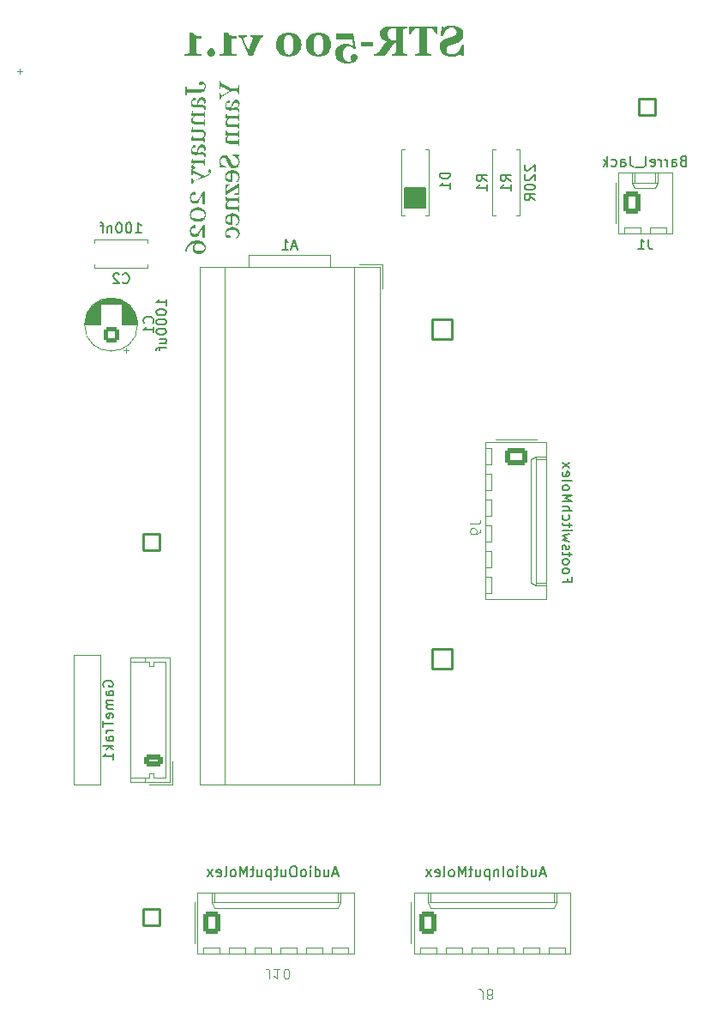
<source format=gbo>
%TF.GenerationSoftware,KiCad,Pcbnew,9.0.6*%
%TF.CreationDate,2026-01-05T15:37:48+01:00*%
%TF.ProjectId,STR500_v1.1,53545235-3030-45f7-9631-2e312e6b6963,rev?*%
%TF.SameCoordinates,Original*%
%TF.FileFunction,Legend,Bot*%
%TF.FilePolarity,Positive*%
%FSLAX46Y46*%
G04 Gerber Fmt 4.6, Leading zero omitted, Abs format (unit mm)*
G04 Created by KiCad (PCBNEW 9.0.6) date 2026-01-05 15:37:48*
%MOMM*%
%LPD*%
G01*
G04 APERTURE LIST*
G04 Aperture macros list*
%AMRoundRect*
0 Rectangle with rounded corners*
0 $1 Rounding radius*
0 $2 $3 $4 $5 $6 $7 $8 $9 X,Y pos of 4 corners*
0 Add a 4 corners polygon primitive as box body*
4,1,4,$2,$3,$4,$5,$6,$7,$8,$9,$2,$3,0*
0 Add four circle primitives for the rounded corners*
1,1,$1+$1,$2,$3*
1,1,$1+$1,$4,$5*
1,1,$1+$1,$6,$7*
1,1,$1+$1,$8,$9*
0 Add four rect primitives between the rounded corners*
20,1,$1+$1,$2,$3,$4,$5,0*
20,1,$1+$1,$4,$5,$6,$7,0*
20,1,$1+$1,$6,$7,$8,$9,0*
20,1,$1+$1,$8,$9,$2,$3,0*%
G04 Aperture macros list end*
%ADD10C,0.200000*%
%ADD11C,0.150000*%
%ADD12C,0.100000*%
%ADD13C,0.120000*%
%ADD14C,1.800000*%
%ADD15R,1.800000X1.800000*%
%ADD16C,1.839000*%
%ADD17RoundRect,0.102000X0.817500X-0.817500X0.817500X0.817500X-0.817500X0.817500X-0.817500X-0.817500X0*%
%ADD18R,1.700000X1.700000*%
%ADD19RoundRect,0.250000X0.650000X-0.350000X0.650000X0.350000X-0.650000X0.350000X-0.650000X-0.350000X0*%
%ADD20O,1.700000X1.700000*%
%ADD21O,1.800000X1.200000*%
%ADD22RoundRect,0.102000X-0.975000X-0.975000X0.975000X-0.975000X0.975000X0.975000X-0.975000X0.975000X0*%
%ADD23C,2.154000*%
%ADD24C,2.000000*%
%ADD25C,1.600000*%
%ADD26RoundRect,0.250000X-0.620000X-0.845000X0.620000X-0.845000X0.620000X0.845000X-0.620000X0.845000X0*%
%ADD27O,1.740000X2.190000*%
%ADD28C,1.700000*%
%ADD29RoundRect,0.250000X0.550000X-0.550000X0.550000X0.550000X-0.550000X0.550000X-0.550000X-0.550000X0*%
%ADD30RoundRect,0.250000X-0.845000X0.620000X-0.845000X-0.620000X0.845000X-0.620000X0.845000X0.620000X0*%
%ADD31O,2.190000X1.740000*%
G04 APERTURE END LIST*
D10*
X138028616Y-55513968D02*
X140028616Y-55513968D01*
X140028616Y-57513968D01*
X138028616Y-57513968D01*
X138028616Y-55513968D01*
G36*
X138028616Y-55513968D02*
G01*
X140028616Y-55513968D01*
X140028616Y-57513968D01*
X138028616Y-57513968D01*
X138028616Y-55513968D01*
G37*
D11*
G36*
X116455478Y-46374476D02*
G01*
X116465736Y-46279466D01*
X116488328Y-46183234D01*
X116510793Y-46143558D01*
X116543039Y-46120341D01*
X116582684Y-46108149D01*
X116626570Y-46103977D01*
X117777564Y-46103977D01*
X117868557Y-46095302D01*
X117969173Y-46067707D01*
X118065135Y-46023053D01*
X118149790Y-45961828D01*
X118232602Y-45873517D01*
X118294870Y-45769853D01*
X118333379Y-45653006D01*
X118346894Y-45515108D01*
X118338431Y-45404691D01*
X118314309Y-45309231D01*
X118275621Y-45226195D01*
X118222330Y-45153628D01*
X118155597Y-45093667D01*
X118078877Y-45050810D01*
X117990196Y-45024308D01*
X117886741Y-45015020D01*
X117798694Y-45027180D01*
X117722732Y-45062770D01*
X117683107Y-45099457D01*
X117659558Y-45144976D01*
X117651290Y-45202233D01*
X117663426Y-45277731D01*
X117697575Y-45334002D01*
X117750307Y-45371100D01*
X117819696Y-45383949D01*
X117863498Y-45379573D01*
X117908112Y-45366120D01*
X117986758Y-45326552D01*
X118061252Y-45280024D01*
X118138555Y-45243143D01*
X118180014Y-45278381D01*
X118218667Y-45332658D01*
X118243611Y-45399820D01*
X118253105Y-45495935D01*
X118240878Y-45589043D01*
X118207065Y-45659089D01*
X118153632Y-45714327D01*
X118083967Y-45754099D01*
X118007696Y-45778994D01*
X117907868Y-45797086D01*
X117800312Y-45806708D01*
X117674127Y-45810153D01*
X116641102Y-45810153D01*
X116595440Y-45805911D01*
X116560746Y-45794399D01*
X116531897Y-45772177D01*
X116503593Y-45729553D01*
X116484877Y-45683987D01*
X116470010Y-45623674D01*
X116455478Y-45519138D01*
X116361688Y-45519138D01*
X116361688Y-46374476D01*
X116455478Y-46374476D01*
G37*
G36*
X118097977Y-46568581D02*
G01*
X118178149Y-46601159D01*
X118245778Y-46654867D01*
X118297012Y-46724886D01*
X118328181Y-46806872D01*
X118339078Y-46904239D01*
X118325218Y-47040803D01*
X118286688Y-47149459D01*
X118224082Y-47246323D01*
X118135868Y-47340090D01*
X118135868Y-47348272D01*
X118221801Y-47378404D01*
X118281437Y-47429483D01*
X118317901Y-47500802D01*
X118331263Y-47599598D01*
X118327665Y-47659294D01*
X118317585Y-47709630D01*
X118281803Y-47822348D01*
X118198394Y-47822348D01*
X118197051Y-47731489D01*
X118192280Y-47690378D01*
X118183251Y-47666521D01*
X118158229Y-47632582D01*
X118129640Y-47609856D01*
X118094630Y-47596498D01*
X118044399Y-47591416D01*
X117712229Y-47595446D01*
X117363572Y-47599598D01*
X117233097Y-47589614D01*
X117138747Y-47563328D01*
X117059745Y-47518214D01*
X117000505Y-47457571D01*
X116957350Y-47383895D01*
X116945613Y-47345464D01*
X117557501Y-47345464D01*
X118031332Y-47337281D01*
X118091079Y-47281432D01*
X118143196Y-47212962D01*
X118178433Y-47134472D01*
X118190579Y-47042236D01*
X118176737Y-46957364D01*
X118137090Y-46891172D01*
X118097376Y-46859696D01*
X118043115Y-46839365D01*
X117969539Y-46831821D01*
X117886130Y-46842107D01*
X117817742Y-46871388D01*
X117758821Y-46917594D01*
X117707222Y-46979344D01*
X117662075Y-47057157D01*
X117624790Y-47141887D01*
X117557501Y-47345464D01*
X116945613Y-47345464D01*
X116932484Y-47302477D01*
X116920876Y-47213445D01*
X116916608Y-47102320D01*
X116923086Y-47018855D01*
X116943108Y-46931472D01*
X116973498Y-46848269D01*
X117007711Y-46782606D01*
X117056559Y-46717118D01*
X117109682Y-46667079D01*
X117169182Y-46633429D01*
X117229239Y-46622749D01*
X117286393Y-46630843D01*
X117337316Y-46654867D01*
X117372953Y-46694911D01*
X117385554Y-46755251D01*
X117375068Y-46825568D01*
X117346475Y-46874808D01*
X117304067Y-46907725D01*
X117260013Y-46917916D01*
X117162805Y-46904849D01*
X117083060Y-46891905D01*
X117062378Y-46918810D01*
X117039218Y-46967742D01*
X117023568Y-47023345D01*
X117018213Y-47084490D01*
X117028526Y-47169195D01*
X117055582Y-47225907D01*
X117096528Y-47270614D01*
X117143021Y-47303210D01*
X117189223Y-47323495D01*
X117238032Y-47335205D01*
X117305931Y-47342777D01*
X117440265Y-47342777D01*
X117477043Y-47261180D01*
X117539061Y-47089253D01*
X117625523Y-46840003D01*
X117676936Y-46734734D01*
X117712276Y-46683172D01*
X117750331Y-46644609D01*
X117802921Y-46606326D01*
X117861584Y-46579030D01*
X117925828Y-46562884D01*
X118001535Y-46557170D01*
X118097977Y-46568581D01*
G37*
G36*
X118300000Y-49444853D02*
G01*
X118300000Y-48784909D01*
X118206210Y-48784909D01*
X118200837Y-48853785D01*
X118189846Y-48916067D01*
X118172731Y-48949771D01*
X118147103Y-48972732D01*
X118113496Y-48986183D01*
X118067602Y-48991172D01*
X117378471Y-48991172D01*
X117285570Y-48982691D01*
X117213730Y-48959513D01*
X117158286Y-48923517D01*
X117114625Y-48874339D01*
X117089302Y-48820155D01*
X117080739Y-48758897D01*
X117086521Y-48688663D01*
X117103210Y-48626395D01*
X117128542Y-48568920D01*
X117158164Y-48519905D01*
X117191486Y-48478532D01*
X117225453Y-48448220D01*
X117283217Y-48409263D01*
X118053925Y-48409263D01*
X118097413Y-48414357D01*
X118130129Y-48428314D01*
X118156174Y-48451688D01*
X118176290Y-48485711D01*
X118196685Y-48547871D01*
X118206210Y-48616870D01*
X118300000Y-48616870D01*
X118300000Y-47957048D01*
X118206210Y-47957048D01*
X118200837Y-48021894D01*
X118189968Y-48080024D01*
X118172972Y-48113735D01*
X118147470Y-48136688D01*
X118114101Y-48150138D01*
X118068457Y-48155129D01*
X117246092Y-48155129D01*
X117201734Y-48150081D01*
X117161706Y-48135223D01*
X117126659Y-48111476D01*
X117098813Y-48079902D01*
X117075244Y-48018475D01*
X117065108Y-47941905D01*
X116971318Y-47941905D01*
X116940055Y-48390090D01*
X116958862Y-48409263D01*
X117146074Y-48409263D01*
X117146074Y-48416102D01*
X117067550Y-48498046D01*
X116993056Y-48590980D01*
X116963717Y-48644827D01*
X116938468Y-48711147D01*
X116922324Y-48783522D01*
X116916608Y-48868318D01*
X116925092Y-48964152D01*
X116948710Y-49041745D01*
X116985967Y-49104772D01*
X117037142Y-49155792D01*
X117122204Y-49206045D01*
X117227390Y-49237968D01*
X117357833Y-49249459D01*
X118056367Y-49249459D01*
X118101267Y-49253934D01*
X118133426Y-49265823D01*
X118158686Y-49287202D01*
X118178977Y-49321877D01*
X118198028Y-49378541D01*
X118206210Y-49444853D01*
X118300000Y-49444853D01*
G37*
G36*
X118276552Y-51054169D02*
G01*
X118307815Y-50615631D01*
X118288642Y-50595115D01*
X118117916Y-50595115D01*
X118117916Y-50586933D01*
X118190945Y-50513049D01*
X118261287Y-50418893D01*
X118318562Y-50299947D01*
X118333178Y-50236505D01*
X118339078Y-50137404D01*
X118325082Y-50023678D01*
X118285995Y-49934799D01*
X118222452Y-49864829D01*
X118139495Y-49815606D01*
X118029166Y-49783273D01*
X117883565Y-49771284D01*
X117239741Y-49771284D01*
X117193240Y-49766374D01*
X117157187Y-49752843D01*
X117126395Y-49730537D01*
X117099180Y-49698866D01*
X117075366Y-49637438D01*
X117065108Y-49559525D01*
X116971318Y-49559525D01*
X116940055Y-50008932D01*
X116959228Y-50029448D01*
X117896388Y-50029448D01*
X117991960Y-50037859D01*
X118063533Y-50060491D01*
X118116695Y-50095027D01*
X118158399Y-50142619D01*
X118182478Y-50194341D01*
X118190579Y-50252076D01*
X118184521Y-50324648D01*
X118167376Y-50386043D01*
X118141338Y-50441403D01*
X118112787Y-50484351D01*
X118052215Y-50549197D01*
X117992742Y-50592306D01*
X117230216Y-50592306D01*
X117187094Y-50587362D01*
X117150348Y-50573133D01*
X117118323Y-50550488D01*
X117090997Y-50519888D01*
X117078543Y-50491739D01*
X117071214Y-50446737D01*
X117065108Y-50338171D01*
X116971318Y-50338171D01*
X116940055Y-50827267D01*
X116959106Y-50847784D01*
X118022540Y-50847784D01*
X118066309Y-50852791D01*
X118101308Y-50866835D01*
X118131236Y-50889479D01*
X118156995Y-50920202D01*
X118176657Y-50978942D01*
X118182763Y-51054169D01*
X118276552Y-51054169D01*
G37*
G36*
X118097977Y-51242413D02*
G01*
X118178149Y-51274990D01*
X118245778Y-51328698D01*
X118297012Y-51398717D01*
X118328181Y-51480703D01*
X118339078Y-51578070D01*
X118325218Y-51714634D01*
X118286688Y-51823290D01*
X118224082Y-51920154D01*
X118135868Y-52013921D01*
X118135868Y-52022103D01*
X118221801Y-52052236D01*
X118281437Y-52103314D01*
X118317901Y-52174633D01*
X118331263Y-52273429D01*
X118327665Y-52333125D01*
X118317585Y-52383461D01*
X118281803Y-52496179D01*
X118198394Y-52496179D01*
X118197051Y-52405321D01*
X118192280Y-52364209D01*
X118183251Y-52340352D01*
X118158229Y-52306413D01*
X118129640Y-52283688D01*
X118094630Y-52270329D01*
X118044399Y-52265247D01*
X117712229Y-52269277D01*
X117363572Y-52273429D01*
X117233097Y-52263445D01*
X117138747Y-52237159D01*
X117059745Y-52192045D01*
X117000505Y-52131402D01*
X116957350Y-52057726D01*
X116945613Y-52019295D01*
X117557501Y-52019295D01*
X118031332Y-52011113D01*
X118091079Y-51955263D01*
X118143196Y-51886793D01*
X118178433Y-51808303D01*
X118190579Y-51716067D01*
X118176737Y-51631195D01*
X118137090Y-51565003D01*
X118097376Y-51533527D01*
X118043115Y-51513196D01*
X117969539Y-51505652D01*
X117886130Y-51515938D01*
X117817742Y-51545219D01*
X117758821Y-51591425D01*
X117707222Y-51653175D01*
X117662075Y-51730988D01*
X117624790Y-51815718D01*
X117557501Y-52019295D01*
X116945613Y-52019295D01*
X116932484Y-51976308D01*
X116920876Y-51887276D01*
X116916608Y-51776151D01*
X116923086Y-51692686D01*
X116943108Y-51605303D01*
X116973498Y-51522100D01*
X117007711Y-51456437D01*
X117056559Y-51390949D01*
X117109682Y-51340910D01*
X117169182Y-51307260D01*
X117229239Y-51296580D01*
X117286393Y-51304674D01*
X117337316Y-51328698D01*
X117372953Y-51368742D01*
X117385554Y-51429082D01*
X117375068Y-51499399D01*
X117346475Y-51548639D01*
X117304067Y-51581556D01*
X117260013Y-51591748D01*
X117162805Y-51578681D01*
X117083060Y-51565736D01*
X117062378Y-51592641D01*
X117039218Y-51641573D01*
X117023568Y-51697177D01*
X117018213Y-51758321D01*
X117028526Y-51843026D01*
X117055582Y-51899738D01*
X117096528Y-51944445D01*
X117143021Y-51977041D01*
X117189223Y-51997326D01*
X117238032Y-52009036D01*
X117305931Y-52016608D01*
X117440265Y-52016608D01*
X117477043Y-51935012D01*
X117539061Y-51763084D01*
X117625523Y-51513834D01*
X117676936Y-51408565D01*
X117712276Y-51357004D01*
X117750331Y-51318440D01*
X117802921Y-51280157D01*
X117861584Y-51252861D01*
X117925828Y-51236716D01*
X118001535Y-51231001D01*
X118097977Y-51242413D01*
G37*
G36*
X117122383Y-53662316D02*
G01*
X117188617Y-53653585D01*
X117245725Y-53628122D01*
X117275408Y-53601602D01*
X117293238Y-53567401D01*
X117299581Y-53522976D01*
X117288736Y-53453204D01*
X117259403Y-53406106D01*
X117216107Y-53375468D01*
X117170498Y-53365806D01*
X117115055Y-53370568D01*
X117065108Y-53379483D01*
X117076890Y-53314292D01*
X117118475Y-53229152D01*
X117181763Y-53150834D01*
X117270027Y-53083094D01*
X118053314Y-53083094D01*
X118098262Y-53088076D01*
X118131228Y-53101535D01*
X118156888Y-53124573D01*
X118176168Y-53159542D01*
X118196685Y-53247714D01*
X118206210Y-53341259D01*
X118300000Y-53341259D01*
X118300000Y-52630879D01*
X118206210Y-52630879D01*
X118200837Y-52695725D01*
X118189968Y-52753855D01*
X118172972Y-52787566D01*
X118147470Y-52810519D01*
X118114101Y-52823970D01*
X118068457Y-52828960D01*
X117246092Y-52828960D01*
X117204921Y-52824075D01*
X117163660Y-52809054D01*
X117126989Y-52785172D01*
X117098813Y-52753733D01*
X117075244Y-52692306D01*
X117065108Y-52615736D01*
X116971318Y-52615736D01*
X116940055Y-53063921D01*
X116958618Y-53083094D01*
X117142655Y-53083094D01*
X117142655Y-53089933D01*
X117043317Y-53181267D01*
X116974127Y-53278367D01*
X116929813Y-53381790D01*
X116916608Y-53468387D01*
X116923117Y-53523323D01*
X116941749Y-53569287D01*
X116972540Y-53608339D01*
X117012740Y-53637662D01*
X117061853Y-53655846D01*
X117122383Y-53662316D01*
G37*
G36*
X118743300Y-53675261D02*
G01*
X118680072Y-53685072D01*
X118632048Y-53712752D01*
X118599851Y-53755082D01*
X118589183Y-53806420D01*
X118593465Y-53848064D01*
X118605425Y-53881524D01*
X118647435Y-53937578D01*
X118702878Y-53981297D01*
X118761130Y-54018178D01*
X118730306Y-54059134D01*
X118669767Y-54112394D01*
X118566468Y-54181454D01*
X118412011Y-54266677D01*
X118290474Y-54318841D01*
X117715526Y-54083757D01*
X117190771Y-53863817D01*
X117135490Y-53829149D01*
X117093684Y-53776256D01*
X117064947Y-53713869D01*
X117049476Y-53653401D01*
X116955687Y-53653401D01*
X116955687Y-54268283D01*
X117055216Y-54268283D01*
X117072191Y-54169853D01*
X117091752Y-54122623D01*
X117107972Y-54112456D01*
X117134961Y-54118562D01*
X117174162Y-54132972D01*
X117559455Y-54291486D01*
X117962334Y-54456838D01*
X117663503Y-54584577D01*
X117298482Y-54732833D01*
X117227651Y-54760066D01*
X117183570Y-54773896D01*
X117149860Y-54777896D01*
X117118938Y-54765205D01*
X117084036Y-54715736D01*
X117058948Y-54653569D01*
X117046667Y-54597522D01*
X116955687Y-54597522D01*
X116955687Y-55097609D01*
X117043736Y-55097609D01*
X117057015Y-55054543D01*
X117090753Y-54989654D01*
X117138948Y-54931448D01*
X117204326Y-54889881D01*
X117887718Y-54600942D01*
X118341399Y-54408967D01*
X118522233Y-54322644D01*
X118641939Y-54255216D01*
X118742466Y-54185397D01*
X118811933Y-54123447D01*
X118862464Y-54060135D01*
X118889602Y-54009263D01*
X118904628Y-53957181D01*
X118909630Y-53903384D01*
X118903377Y-53834057D01*
X118886146Y-53779323D01*
X118859193Y-53736078D01*
X118803554Y-53689716D01*
X118743300Y-53675261D01*
G37*
G36*
X118300000Y-57161461D02*
G01*
X118300000Y-55881385D01*
X118113886Y-55881385D01*
X118018265Y-55983845D01*
X117903349Y-56139549D01*
X117822138Y-56270708D01*
X117725785Y-56444242D01*
X117623935Y-56610205D01*
X117575361Y-56665115D01*
X117515247Y-56716085D01*
X117468754Y-56743734D01*
X117408513Y-56766643D01*
X117337681Y-56780278D01*
X117226186Y-56785816D01*
X117115346Y-56774207D01*
X117033609Y-56742880D01*
X116973761Y-56694225D01*
X116929810Y-56629127D01*
X116902712Y-56551891D01*
X116893161Y-56459263D01*
X116901915Y-56372604D01*
X116927965Y-56291224D01*
X116970457Y-56220624D01*
X117024197Y-56172400D01*
X117128000Y-56196214D01*
X117245359Y-56210624D01*
X117293587Y-56200205D01*
X117337561Y-56167515D01*
X117366706Y-56117158D01*
X117377739Y-56039898D01*
X117365585Y-55978434D01*
X117330844Y-55934630D01*
X117278215Y-55907648D01*
X117205059Y-55897749D01*
X117132812Y-55907619D01*
X117057658Y-55938660D01*
X116987745Y-55987450D01*
X116921004Y-56056263D01*
X116866806Y-56138045D01*
X116821842Y-56242009D01*
X116793479Y-56355834D01*
X116783740Y-56481123D01*
X116792655Y-56622164D01*
X116817667Y-56741060D01*
X116856877Y-56841330D01*
X116909403Y-56925889D01*
X116978237Y-56998567D01*
X117055747Y-57049195D01*
X117143703Y-57079880D01*
X117244993Y-57090509D01*
X117342334Y-57082901D01*
X117427686Y-57061078D01*
X117504838Y-57022939D01*
X117573133Y-56966189D01*
X117637562Y-56888449D01*
X117693300Y-56796685D01*
X117832519Y-56500296D01*
X117944504Y-56278890D01*
X118004319Y-56182120D01*
X118057711Y-56110851D01*
X118057711Y-57161461D01*
X118300000Y-57161461D01*
G37*
G36*
X117727268Y-57446253D02*
G01*
X117874651Y-57479221D01*
X118010261Y-57535694D01*
X118125610Y-57613921D01*
X118188471Y-57675889D01*
X118242490Y-57750031D01*
X118287787Y-57837892D01*
X118319961Y-57931618D01*
X118339951Y-58035809D01*
X118346894Y-58152110D01*
X118333758Y-58308375D01*
X118296092Y-58444591D01*
X118232666Y-58567069D01*
X118144783Y-58671371D01*
X118037005Y-58752889D01*
X117899441Y-58817428D01*
X117745423Y-58856866D01*
X117564584Y-58870795D01*
X117411724Y-58859903D01*
X117266974Y-58827686D01*
X117132603Y-58772955D01*
X117018824Y-58697260D01*
X116951926Y-58633547D01*
X116894765Y-58559650D01*
X116846999Y-58474511D01*
X116812927Y-58383174D01*
X116791365Y-58277068D01*
X116783823Y-58154919D01*
X116877529Y-58154919D01*
X116888697Y-58245233D01*
X116921292Y-58324093D01*
X116976273Y-58394393D01*
X117057536Y-58457536D01*
X117148058Y-58502853D01*
X117259869Y-58537779D01*
X117397124Y-58560626D01*
X117564584Y-58568911D01*
X117769650Y-58555322D01*
X117933633Y-58518059D01*
X118064183Y-58460956D01*
X118149271Y-58398903D01*
X118206916Y-58328082D01*
X118241256Y-58246969D01*
X118253105Y-58152233D01*
X118241243Y-58057439D01*
X118206888Y-57976424D01*
X118149247Y-57905828D01*
X118064183Y-57844120D01*
X117933685Y-57787421D01*
X117769701Y-57750401D01*
X117564584Y-57736898D01*
X117397164Y-57745224D01*
X117259921Y-57768188D01*
X117148097Y-57803302D01*
X117057536Y-57848883D01*
X116976446Y-57912365D01*
X116921440Y-57983315D01*
X116888750Y-58063184D01*
X116877529Y-58154919D01*
X116783823Y-58154919D01*
X116783740Y-58153576D01*
X116791016Y-58036414D01*
X116811953Y-57931773D01*
X116845655Y-57837892D01*
X116892748Y-57750179D01*
X116949010Y-57675492D01*
X117014672Y-57612456D01*
X117132581Y-57533076D01*
X117263555Y-57477878D01*
X117405206Y-57445978D01*
X117564584Y-57434891D01*
X117727268Y-57446253D01*
G37*
G36*
X118300000Y-60442131D02*
G01*
X118300000Y-59162055D01*
X118113886Y-59162055D01*
X118018265Y-59264515D01*
X117903349Y-59420219D01*
X117822138Y-59551378D01*
X117725785Y-59724912D01*
X117623935Y-59890875D01*
X117575361Y-59945785D01*
X117515247Y-59996755D01*
X117468754Y-60024403D01*
X117408513Y-60047313D01*
X117337681Y-60060948D01*
X117226186Y-60066486D01*
X117115346Y-60054877D01*
X117033609Y-60023550D01*
X116973761Y-59974895D01*
X116929810Y-59909797D01*
X116902712Y-59832561D01*
X116893161Y-59739933D01*
X116901915Y-59653274D01*
X116927965Y-59571894D01*
X116970457Y-59501294D01*
X117024197Y-59453070D01*
X117128000Y-59476884D01*
X117245359Y-59491294D01*
X117293587Y-59480875D01*
X117337561Y-59448185D01*
X117366706Y-59397828D01*
X117377739Y-59320568D01*
X117365585Y-59259104D01*
X117330844Y-59215300D01*
X117278215Y-59188318D01*
X117205059Y-59178419D01*
X117132812Y-59188289D01*
X117057658Y-59219330D01*
X116987745Y-59268120D01*
X116921004Y-59336933D01*
X116866806Y-59418715D01*
X116821842Y-59522679D01*
X116793479Y-59636504D01*
X116783740Y-59761793D01*
X116792655Y-59902834D01*
X116817667Y-60021730D01*
X116856877Y-60122000D01*
X116909403Y-60206559D01*
X116978237Y-60279237D01*
X117055747Y-60329865D01*
X117143703Y-60360550D01*
X117244993Y-60371179D01*
X117342334Y-60363571D01*
X117427686Y-60341748D01*
X117504838Y-60303609D01*
X117573133Y-60246859D01*
X117637562Y-60169119D01*
X117693300Y-60077355D01*
X117832519Y-59780966D01*
X117944504Y-59559560D01*
X118004319Y-59462790D01*
X118057711Y-59391521D01*
X118057711Y-60442131D01*
X118300000Y-60442131D01*
G37*
G36*
X117721797Y-60728020D02*
G01*
X117877826Y-60763311D01*
X118019025Y-60822345D01*
X118132205Y-60898621D01*
X118223067Y-60993821D01*
X118290840Y-61107693D01*
X118332479Y-61235892D01*
X118346894Y-61382344D01*
X118334931Y-61511075D01*
X118299145Y-61634403D01*
X118239177Y-61748931D01*
X118151866Y-61855076D01*
X118056627Y-61931675D01*
X117940596Y-61992341D01*
X117812870Y-62030641D01*
X117674616Y-62043632D01*
X117546646Y-62032978D01*
X117433116Y-62002208D01*
X117331421Y-61952031D01*
X117239619Y-61881699D01*
X117162045Y-61794964D01*
X117108262Y-61702219D01*
X117076071Y-61601888D01*
X117065108Y-61491643D01*
X117075281Y-61372819D01*
X117221423Y-61372819D01*
X117230063Y-61455151D01*
X117254996Y-61526584D01*
X117296121Y-61589476D01*
X117355146Y-61645272D01*
X117449270Y-61699888D01*
X117565576Y-61734618D01*
X117709665Y-61747121D01*
X117870742Y-61734557D01*
X117997264Y-61700207D01*
X118096301Y-61647348D01*
X118159476Y-61592035D01*
X118202751Y-61530877D01*
X118228603Y-61462623D01*
X118237473Y-61385031D01*
X118226699Y-61305583D01*
X118194789Y-61234682D01*
X118139839Y-61169766D01*
X118056856Y-61109769D01*
X117966279Y-61067171D01*
X117855376Y-61034374D01*
X117720349Y-61012972D01*
X117556891Y-61005233D01*
X117463468Y-61007920D01*
X117387752Y-61012072D01*
X117308793Y-61098122D01*
X117259647Y-61182065D01*
X117231132Y-61273080D01*
X117221423Y-61372819D01*
X117075281Y-61372819D01*
X117075767Y-61367141D01*
X117107362Y-61249842D01*
X117162407Y-61137981D01*
X117251953Y-61017568D01*
X117065013Y-61063435D01*
X116902291Y-61133502D01*
X116760293Y-61227250D01*
X116668182Y-61313777D01*
X116587750Y-61417518D01*
X116518774Y-61540549D01*
X116461706Y-61685572D01*
X116439846Y-61808548D01*
X116314794Y-61784002D01*
X116353869Y-61591140D01*
X116413930Y-61419293D01*
X116494203Y-61265783D01*
X116594844Y-61128470D01*
X116716939Y-61005844D01*
X116855691Y-60902211D01*
X117005565Y-60821768D01*
X117168145Y-60763627D01*
X117345488Y-60727872D01*
X117540038Y-60715561D01*
X117721797Y-60728020D01*
G37*
G36*
X119815478Y-46795184D02*
G01*
X119834040Y-46721423D01*
X119867623Y-46649005D01*
X119918304Y-46576587D01*
X120011482Y-46502826D01*
X120163894Y-46399980D01*
X120317274Y-46306088D01*
X120710750Y-46080652D01*
X120795199Y-46036149D01*
X120851922Y-46013729D01*
X120911436Y-46002117D01*
X121006772Y-45997365D01*
X121378387Y-45997365D01*
X121425427Y-46002530D01*
X121464117Y-46017149D01*
X121495903Y-46042906D01*
X121522369Y-46084804D01*
X121549113Y-46187264D01*
X121566210Y-46306088D01*
X121660000Y-46306088D01*
X121660000Y-45398970D01*
X121566210Y-45398970D01*
X121555952Y-45513642D01*
X121536046Y-45620254D01*
X121510703Y-45663013D01*
X121479870Y-45687909D01*
X121441554Y-45701426D01*
X121392065Y-45706350D01*
X120919089Y-45706350D01*
X120838855Y-45679727D01*
X120709284Y-45616224D01*
X120365268Y-45434508D01*
X120048485Y-45260973D01*
X119930638Y-45180983D01*
X119860662Y-45101116D01*
X119829155Y-45022592D01*
X119815478Y-44939916D01*
X119721688Y-44939916D01*
X119721688Y-45766434D01*
X119815478Y-45766434D01*
X119822769Y-45637362D01*
X119834773Y-45569696D01*
X119857102Y-45523998D01*
X119881545Y-45512421D01*
X119910366Y-45520603D01*
X119962512Y-45543806D01*
X120043967Y-45586060D01*
X120132260Y-45632588D01*
X120375404Y-45763747D01*
X120690966Y-45938625D01*
X120150334Y-46265788D01*
X119972299Y-46361066D01*
X119918060Y-46378506D01*
X119889588Y-46372641D01*
X119867501Y-46355303D01*
X119837337Y-46293876D01*
X119823049Y-46207658D01*
X119815478Y-46121685D01*
X119721688Y-46121685D01*
X119721688Y-46795184D01*
X119815478Y-46795184D01*
G37*
G36*
X121457977Y-46842133D02*
G01*
X121538149Y-46874710D01*
X121605778Y-46928419D01*
X121657012Y-46998438D01*
X121688181Y-47080424D01*
X121699078Y-47177791D01*
X121685218Y-47314355D01*
X121646688Y-47423011D01*
X121584082Y-47519875D01*
X121495868Y-47613642D01*
X121495868Y-47621824D01*
X121581801Y-47651956D01*
X121641437Y-47703035D01*
X121677901Y-47774354D01*
X121691263Y-47873150D01*
X121687665Y-47932846D01*
X121677585Y-47983182D01*
X121641803Y-48095900D01*
X121558394Y-48095900D01*
X121557051Y-48005041D01*
X121552280Y-47963930D01*
X121543251Y-47940073D01*
X121518229Y-47906134D01*
X121489640Y-47883408D01*
X121454630Y-47870050D01*
X121404399Y-47864968D01*
X121072229Y-47868998D01*
X120723572Y-47873150D01*
X120593097Y-47863166D01*
X120498747Y-47836880D01*
X120419745Y-47791766D01*
X120360505Y-47731123D01*
X120317350Y-47657447D01*
X120305613Y-47619016D01*
X120917501Y-47619016D01*
X121391332Y-47610833D01*
X121451079Y-47554984D01*
X121503196Y-47486514D01*
X121538433Y-47408024D01*
X121550579Y-47315788D01*
X121536737Y-47230916D01*
X121497090Y-47164724D01*
X121457376Y-47133248D01*
X121403115Y-47112917D01*
X121329539Y-47105373D01*
X121246130Y-47115659D01*
X121177742Y-47144940D01*
X121118821Y-47191146D01*
X121067222Y-47252896D01*
X121022075Y-47330709D01*
X120984790Y-47415439D01*
X120917501Y-47619016D01*
X120305613Y-47619016D01*
X120292484Y-47576029D01*
X120280876Y-47486997D01*
X120276608Y-47375872D01*
X120283086Y-47292407D01*
X120303108Y-47205024D01*
X120333498Y-47121821D01*
X120367711Y-47056158D01*
X120416559Y-46990670D01*
X120469682Y-46940631D01*
X120529182Y-46906981D01*
X120589239Y-46896301D01*
X120646393Y-46904395D01*
X120697316Y-46928419D01*
X120732953Y-46968463D01*
X120745554Y-47028803D01*
X120735068Y-47099120D01*
X120706475Y-47148360D01*
X120664067Y-47181277D01*
X120620013Y-47191468D01*
X120522805Y-47178401D01*
X120443060Y-47165457D01*
X120422378Y-47192362D01*
X120399218Y-47241294D01*
X120383568Y-47296897D01*
X120378213Y-47358042D01*
X120388526Y-47442747D01*
X120415582Y-47499459D01*
X120456528Y-47544166D01*
X120503021Y-47576762D01*
X120549223Y-47597047D01*
X120598032Y-47608757D01*
X120665931Y-47616329D01*
X120800265Y-47616329D01*
X120837043Y-47534732D01*
X120899061Y-47362805D01*
X120985523Y-47113555D01*
X121036936Y-47008286D01*
X121072276Y-46956724D01*
X121110331Y-46918161D01*
X121162921Y-46879878D01*
X121221584Y-46852581D01*
X121285828Y-46836436D01*
X121361535Y-46830722D01*
X121457977Y-46842133D01*
G37*
G36*
X121660000Y-49718405D02*
G01*
X121660000Y-49058461D01*
X121566210Y-49058461D01*
X121560837Y-49127337D01*
X121549846Y-49189619D01*
X121532731Y-49223323D01*
X121507103Y-49246284D01*
X121473496Y-49259735D01*
X121427602Y-49264724D01*
X120738471Y-49264724D01*
X120645570Y-49256243D01*
X120573730Y-49233065D01*
X120518286Y-49197069D01*
X120474625Y-49147891D01*
X120449302Y-49093707D01*
X120440739Y-49032449D01*
X120446521Y-48962215D01*
X120463210Y-48899947D01*
X120488542Y-48842472D01*
X120518164Y-48793457D01*
X120551486Y-48752084D01*
X120585453Y-48721772D01*
X120643217Y-48682815D01*
X121413925Y-48682815D01*
X121457413Y-48687909D01*
X121490129Y-48701866D01*
X121516174Y-48725240D01*
X121536290Y-48759263D01*
X121556685Y-48821423D01*
X121566210Y-48890422D01*
X121660000Y-48890422D01*
X121660000Y-48230600D01*
X121566210Y-48230600D01*
X121560837Y-48295446D01*
X121549968Y-48353576D01*
X121532972Y-48387287D01*
X121507470Y-48410240D01*
X121474101Y-48423690D01*
X121428457Y-48428681D01*
X120606092Y-48428681D01*
X120561734Y-48423633D01*
X120521706Y-48408775D01*
X120486659Y-48385028D01*
X120458813Y-48353454D01*
X120435244Y-48292027D01*
X120425108Y-48215457D01*
X120331318Y-48215457D01*
X120300055Y-48663642D01*
X120318862Y-48682815D01*
X120506074Y-48682815D01*
X120506074Y-48689654D01*
X120427550Y-48771598D01*
X120353056Y-48864532D01*
X120323717Y-48918379D01*
X120298468Y-48984699D01*
X120282324Y-49057074D01*
X120276608Y-49141870D01*
X120285092Y-49237704D01*
X120308710Y-49315297D01*
X120345967Y-49378324D01*
X120397142Y-49429344D01*
X120482204Y-49479597D01*
X120587390Y-49511520D01*
X120717833Y-49523011D01*
X121416367Y-49523011D01*
X121461267Y-49527486D01*
X121493426Y-49539375D01*
X121518686Y-49560754D01*
X121538977Y-49595429D01*
X121558028Y-49652093D01*
X121566210Y-49718405D01*
X121660000Y-49718405D01*
G37*
G36*
X121660000Y-51371441D02*
G01*
X121660000Y-50711496D01*
X121566210Y-50711496D01*
X121560837Y-50780373D01*
X121549846Y-50842655D01*
X121532731Y-50876359D01*
X121507103Y-50899319D01*
X121473496Y-50912770D01*
X121427602Y-50917759D01*
X120738471Y-50917759D01*
X120645570Y-50909278D01*
X120573730Y-50886100D01*
X120518286Y-50850104D01*
X120474625Y-50800926D01*
X120449302Y-50746743D01*
X120440739Y-50685484D01*
X120446521Y-50615250D01*
X120463210Y-50552983D01*
X120488542Y-50495508D01*
X120518164Y-50446493D01*
X120551486Y-50405120D01*
X120585453Y-50374808D01*
X120643217Y-50335851D01*
X121413925Y-50335851D01*
X121457413Y-50340944D01*
X121490129Y-50354902D01*
X121516174Y-50378275D01*
X121536290Y-50412299D01*
X121556685Y-50474459D01*
X121566210Y-50543457D01*
X121660000Y-50543457D01*
X121660000Y-49883635D01*
X121566210Y-49883635D01*
X121560837Y-49948482D01*
X121549968Y-50006612D01*
X121532972Y-50040323D01*
X121507470Y-50063276D01*
X121474101Y-50076726D01*
X121428457Y-50081716D01*
X120606092Y-50081716D01*
X120561734Y-50076668D01*
X120521706Y-50061810D01*
X120486659Y-50038064D01*
X120458813Y-50006489D01*
X120435244Y-49945062D01*
X120425108Y-49868492D01*
X120331318Y-49868492D01*
X120300055Y-50316678D01*
X120318862Y-50335851D01*
X120506074Y-50335851D01*
X120506074Y-50342690D01*
X120427550Y-50424633D01*
X120353056Y-50517568D01*
X120323717Y-50571415D01*
X120298468Y-50637735D01*
X120282324Y-50710110D01*
X120276608Y-50794905D01*
X120285092Y-50890740D01*
X120308710Y-50968333D01*
X120345967Y-51031360D01*
X120397142Y-51082379D01*
X120482204Y-51132633D01*
X120587390Y-51164555D01*
X120717833Y-51176046D01*
X121416367Y-51176046D01*
X121461267Y-51180522D01*
X121493426Y-51192411D01*
X121518686Y-51213790D01*
X121538977Y-51248464D01*
X121558028Y-51305129D01*
X121566210Y-51371441D01*
X121660000Y-51371441D01*
G37*
G36*
X120773276Y-53452634D02*
G01*
X120845718Y-53506359D01*
X120923607Y-53543370D01*
X121009298Y-53565020D01*
X121113750Y-53572801D01*
X121238948Y-53560571D01*
X121349797Y-53525088D01*
X121449301Y-53466526D01*
X121539466Y-53382903D01*
X121611958Y-53283509D01*
X121663895Y-53173297D01*
X121695827Y-53050200D01*
X121706894Y-52911514D01*
X121695874Y-52782685D01*
X121662198Y-52652006D01*
X121612958Y-52527881D01*
X121560226Y-52427913D01*
X121660000Y-52369173D01*
X121660000Y-52259874D01*
X120995659Y-52240823D01*
X120995659Y-52351465D01*
X121115530Y-52389354D01*
X121218775Y-52431332D01*
X121314532Y-52484157D01*
X121404766Y-52552355D01*
X121477604Y-52629430D01*
X121533848Y-52718318D01*
X121569340Y-52818705D01*
X121581842Y-52938991D01*
X121575265Y-53029757D01*
X121557051Y-53103611D01*
X121526386Y-53168503D01*
X121486953Y-53217672D01*
X121437756Y-53255640D01*
X121380341Y-53282519D01*
X121316276Y-53298173D01*
X121239291Y-53303768D01*
X121163202Y-53296509D01*
X121090919Y-53274852D01*
X121021182Y-53238189D01*
X120960424Y-53188582D01*
X120909381Y-53124260D01*
X120867798Y-53042794D01*
X120790006Y-52839218D01*
X120709406Y-52641137D01*
X120653211Y-52536911D01*
X120588766Y-52452839D01*
X120516088Y-52386270D01*
X120431878Y-52337365D01*
X120329271Y-52306469D01*
X120203702Y-52295411D01*
X120096241Y-52306803D01*
X119997438Y-52340474D01*
X119907445Y-52394657D01*
X119826468Y-52468946D01*
X119763626Y-52554474D01*
X119715094Y-52656158D01*
X119684916Y-52766232D01*
X119674794Y-52881594D01*
X119685876Y-53010827D01*
X119717414Y-53121318D01*
X119763581Y-53223810D01*
X119814623Y-53314637D01*
X119721688Y-53370690D01*
X119721688Y-53479989D01*
X120362581Y-53490858D01*
X120362581Y-53380216D01*
X120152899Y-53312561D01*
X120056897Y-53269053D01*
X119971671Y-53214863D01*
X119901012Y-53149502D01*
X119846496Y-53071371D01*
X119812236Y-52980331D01*
X119799846Y-52863764D01*
X119809320Y-52780430D01*
X119836875Y-52707439D01*
X119882889Y-52642358D01*
X119943085Y-52591055D01*
X120009822Y-52561073D01*
X120085610Y-52550889D01*
X120167317Y-52557949D01*
X120235672Y-52577858D01*
X120293217Y-52609630D01*
X120366476Y-52679515D01*
X120428649Y-52780478D01*
X120511814Y-52976482D01*
X120586552Y-53162962D01*
X120667519Y-53320743D01*
X120717055Y-53392187D01*
X120773276Y-53452634D01*
G37*
G36*
X121121977Y-53789693D02*
G01*
X121255900Y-53818754D01*
X121380113Y-53868361D01*
X121485732Y-53936967D01*
X121573290Y-54026049D01*
X121641681Y-54138346D01*
X121672823Y-54221763D01*
X121692277Y-54316113D01*
X121699078Y-54423255D01*
X121688045Y-54543203D01*
X121655882Y-54651196D01*
X121602725Y-54749685D01*
X121531815Y-54837394D01*
X121446131Y-54912827D01*
X121344071Y-54976587D01*
X121284842Y-54880966D01*
X121381640Y-54820707D01*
X121448874Y-54764162D01*
X121492815Y-54710851D01*
X121524365Y-54649806D01*
X121543806Y-54580527D01*
X121550579Y-54501168D01*
X121538549Y-54387873D01*
X121504783Y-54296127D01*
X121450452Y-54218149D01*
X121379609Y-54156786D01*
X121292431Y-54110111D01*
X121189466Y-54076919D01*
X121078007Y-54058252D01*
X120948764Y-54051639D01*
X120948764Y-54943736D01*
X120858272Y-54943736D01*
X120739001Y-54935818D01*
X120631981Y-54912962D01*
X120533554Y-54873729D01*
X120450875Y-54819417D01*
X120379276Y-54744967D01*
X120323258Y-54648569D01*
X120289025Y-54536838D01*
X120276608Y-54395900D01*
X120276804Y-54393213D01*
X120378213Y-54393213D01*
X120388761Y-54473514D01*
X120417903Y-54533775D01*
X120463162Y-54582465D01*
X120520607Y-54619993D01*
X120583869Y-54643832D01*
X120667274Y-54661514D01*
X120831528Y-54674581D01*
X120831528Y-54051639D01*
X120692055Y-54068299D01*
X120582992Y-54103500D01*
X120498136Y-54154710D01*
X120430505Y-54224847D01*
X120391443Y-54303242D01*
X120378213Y-54393213D01*
X120276804Y-54393213D01*
X120283459Y-54301785D01*
X120303415Y-54215941D01*
X120336081Y-54137002D01*
X120405382Y-54030485D01*
X120492763Y-53943684D01*
X120599823Y-53873042D01*
X120720397Y-53821441D01*
X120848346Y-53790174D01*
X120978318Y-53779797D01*
X121121977Y-53789693D01*
G37*
G36*
X121660000Y-56198900D02*
G01*
X121660000Y-55108600D01*
X121593565Y-55108600D01*
X120417292Y-55871004D01*
X120417292Y-55682449D01*
X120421566Y-55496580D01*
X120430832Y-55431674D01*
X120449654Y-55373726D01*
X120475694Y-55339930D01*
X120538436Y-55301919D01*
X120617786Y-55272246D01*
X120729923Y-55243911D01*
X120729923Y-55160502D01*
X120315687Y-55160502D01*
X120315687Y-56190718D01*
X120367100Y-56190718D01*
X121558394Y-55416102D01*
X121560471Y-55524057D01*
X121561081Y-55651064D01*
X121559738Y-55765125D01*
X121552777Y-55917533D01*
X121541408Y-55966539D01*
X121514919Y-56000087D01*
X121477555Y-56024774D01*
X121434808Y-56043196D01*
X121322334Y-56079344D01*
X121183237Y-56116957D01*
X121183237Y-56198900D01*
X121660000Y-56198900D01*
G37*
G36*
X121660000Y-57862438D02*
G01*
X121660000Y-57202494D01*
X121566210Y-57202494D01*
X121560837Y-57271371D01*
X121549846Y-57333653D01*
X121532731Y-57367356D01*
X121507103Y-57390317D01*
X121473496Y-57403768D01*
X121427602Y-57408757D01*
X120738471Y-57408757D01*
X120645570Y-57400276D01*
X120573730Y-57377098D01*
X120518286Y-57341102D01*
X120474625Y-57291924D01*
X120449302Y-57237741D01*
X120440739Y-57176482D01*
X120446521Y-57106248D01*
X120463210Y-57043981D01*
X120488542Y-56986505D01*
X120518164Y-56937491D01*
X120551486Y-56896118D01*
X120585453Y-56865806D01*
X120643217Y-56826849D01*
X121413925Y-56826849D01*
X121457413Y-56831942D01*
X121490129Y-56845900D01*
X121516174Y-56869273D01*
X121536290Y-56903297D01*
X121556685Y-56965457D01*
X121566210Y-57034455D01*
X121660000Y-57034455D01*
X121660000Y-56374633D01*
X121566210Y-56374633D01*
X121560837Y-56439480D01*
X121549968Y-56497609D01*
X121532972Y-56531321D01*
X121507470Y-56554274D01*
X121474101Y-56567724D01*
X121428457Y-56572714D01*
X120606092Y-56572714D01*
X120561734Y-56567666D01*
X120521706Y-56552808D01*
X120486659Y-56529062D01*
X120458813Y-56497487D01*
X120435244Y-56436060D01*
X120425108Y-56359490D01*
X120331318Y-56359490D01*
X120300055Y-56807676D01*
X120318862Y-56826849D01*
X120506074Y-56826849D01*
X120506074Y-56833688D01*
X120427550Y-56915631D01*
X120353056Y-57008565D01*
X120323717Y-57062413D01*
X120298468Y-57128733D01*
X120282324Y-57201108D01*
X120276608Y-57285903D01*
X120285092Y-57381738D01*
X120308710Y-57459331D01*
X120345967Y-57522358D01*
X120397142Y-57573377D01*
X120482204Y-57623631D01*
X120587390Y-57655553D01*
X120717833Y-57667044D01*
X121416367Y-57667044D01*
X121461267Y-57671520D01*
X121493426Y-57683408D01*
X121518686Y-57704788D01*
X121538977Y-57739462D01*
X121558028Y-57796127D01*
X121566210Y-57862438D01*
X121660000Y-57862438D01*
G37*
G36*
X121121977Y-58037565D02*
G01*
X121255900Y-58066625D01*
X121380113Y-58116232D01*
X121485732Y-58184839D01*
X121573290Y-58273920D01*
X121641681Y-58386217D01*
X121672823Y-58469635D01*
X121692277Y-58563984D01*
X121699078Y-58671127D01*
X121688045Y-58791075D01*
X121655882Y-58899068D01*
X121602725Y-58997557D01*
X121531815Y-59085265D01*
X121446131Y-59160699D01*
X121344071Y-59224459D01*
X121284842Y-59128838D01*
X121381640Y-59068579D01*
X121448874Y-59012034D01*
X121492815Y-58958722D01*
X121524365Y-58897678D01*
X121543806Y-58828398D01*
X121550579Y-58749040D01*
X121538549Y-58635744D01*
X121504783Y-58543998D01*
X121450452Y-58466021D01*
X121379609Y-58404658D01*
X121292431Y-58357983D01*
X121189466Y-58324790D01*
X121078007Y-58306124D01*
X120948764Y-58299511D01*
X120948764Y-59191608D01*
X120858272Y-59191608D01*
X120739001Y-59183690D01*
X120631981Y-59160833D01*
X120533554Y-59121600D01*
X120450875Y-59067288D01*
X120379276Y-58992838D01*
X120323258Y-58896441D01*
X120289025Y-58784709D01*
X120276608Y-58643771D01*
X120276804Y-58641085D01*
X120378213Y-58641085D01*
X120388761Y-58721385D01*
X120417903Y-58781646D01*
X120463162Y-58830337D01*
X120520607Y-58867864D01*
X120583869Y-58891703D01*
X120667274Y-58909385D01*
X120831528Y-58922452D01*
X120831528Y-58299511D01*
X120692055Y-58316170D01*
X120582992Y-58351371D01*
X120498136Y-58402581D01*
X120430505Y-58472718D01*
X120391443Y-58551114D01*
X120378213Y-58641085D01*
X120276804Y-58641085D01*
X120283459Y-58549657D01*
X120303415Y-58463813D01*
X120336081Y-58384874D01*
X120405382Y-58278357D01*
X120492763Y-58191556D01*
X120599823Y-58120913D01*
X120720397Y-58069312D01*
X120848346Y-58038046D01*
X120978318Y-58027669D01*
X121121977Y-58037565D01*
G37*
G36*
X121699078Y-60002739D02*
G01*
X121685984Y-59859462D01*
X121648772Y-59738022D01*
X121588775Y-59634183D01*
X121504905Y-59545027D01*
X121403999Y-59475231D01*
X121285794Y-59423802D01*
X121147045Y-59391311D01*
X120983691Y-59379797D01*
X120844864Y-59391090D01*
X120717711Y-59424127D01*
X120599596Y-59478633D01*
X120492763Y-59553332D01*
X120405648Y-59643309D01*
X120336081Y-59755443D01*
X120303242Y-59838307D01*
X120283367Y-59926306D01*
X120276608Y-60020568D01*
X120288042Y-60149589D01*
X120320064Y-60255533D01*
X120370886Y-60342969D01*
X120441396Y-60412068D01*
X120525585Y-60453041D01*
X120627951Y-60467288D01*
X120692654Y-60458880D01*
X120748119Y-60434438D01*
X120776472Y-60408720D01*
X120793922Y-60373787D01*
X120800265Y-60326482D01*
X120789309Y-60252552D01*
X120759598Y-60201430D01*
X120715369Y-60167658D01*
X120668618Y-60157100D01*
X120607360Y-60161106D01*
X120543077Y-60173464D01*
X120448799Y-60192637D01*
X120413786Y-60162272D01*
X120392501Y-60119609D01*
X120378213Y-60015073D01*
X120385230Y-59951042D01*
X120406301Y-59890020D01*
X120443851Y-59834119D01*
X120509860Y-59774616D01*
X120586168Y-59730717D01*
X120694996Y-59692550D01*
X120817456Y-59669631D01*
X120973311Y-59661165D01*
X121140006Y-59674918D01*
X121276829Y-59713326D01*
X121389501Y-59773883D01*
X121461723Y-59836540D01*
X121511078Y-59905607D01*
X121540499Y-59982475D01*
X121550579Y-60069661D01*
X121542910Y-60155940D01*
X121521133Y-60229112D01*
X121486099Y-60291678D01*
X121409325Y-60374616D01*
X121292658Y-60457641D01*
X121349933Y-60545080D01*
X121450804Y-60477824D01*
X121535343Y-60398806D01*
X121605045Y-60307309D01*
X121658154Y-60205804D01*
X121688941Y-60104843D01*
X121699078Y-60002739D01*
G37*
D10*
G36*
X142639323Y-42572065D02*
G01*
X142899870Y-42554691D01*
X143136296Y-42504288D01*
X143356012Y-42428255D01*
X143526657Y-42346568D01*
X143668073Y-42490000D01*
X143842280Y-42490000D01*
X143868841Y-41434870D01*
X143692620Y-41434870D01*
X143626719Y-41585749D01*
X143541128Y-41751775D01*
X143440836Y-41910877D01*
X143327904Y-42050179D01*
X143194572Y-42175925D01*
X143048185Y-42274577D01*
X142941870Y-42321709D01*
X142822155Y-42350883D01*
X142686400Y-42361039D01*
X142505475Y-42343784D01*
X142366155Y-42296616D01*
X142259036Y-42223103D01*
X142176463Y-42123122D01*
X142127383Y-42008848D01*
X142110476Y-41875607D01*
X142124653Y-41766385D01*
X142166129Y-41671187D01*
X142236505Y-41586362D01*
X142326534Y-41517716D01*
X142453556Y-41450141D01*
X142626866Y-41384678D01*
X142943588Y-41281913D01*
X143215064Y-41185010D01*
X143399670Y-41092682D01*
X143542748Y-40981898D01*
X143650671Y-40852534D01*
X143729610Y-40703103D01*
X143776926Y-40543075D01*
X143793004Y-40369300D01*
X143774681Y-40203721D01*
X143719364Y-40043968D01*
X143629787Y-39897313D01*
X143504125Y-39763517D01*
X143354801Y-39660782D01*
X143157728Y-39573923D01*
X142940390Y-39519304D01*
X142698674Y-39500467D01*
X142462199Y-39518002D01*
X142245847Y-39569160D01*
X142047173Y-39641733D01*
X141913738Y-39705448D01*
X141788808Y-39582533D01*
X141610389Y-39582533D01*
X141594085Y-40579043D01*
X141770307Y-40579043D01*
X141914837Y-40251147D01*
X142003107Y-40092936D01*
X142089959Y-39972527D01*
X142198662Y-39864853D01*
X142321502Y-39782384D01*
X142460714Y-39729965D01*
X142628881Y-39711493D01*
X142771695Y-39726262D01*
X142890601Y-39768143D01*
X142990666Y-39836057D01*
X143069264Y-39926670D01*
X143115297Y-40028104D01*
X143130983Y-40144352D01*
X143117008Y-40254720D01*
X143076679Y-40347991D01*
X143009167Y-40428285D01*
X142922286Y-40492957D01*
X142798714Y-40557908D01*
X142629064Y-40622274D01*
X142319670Y-40725040D01*
X142038668Y-40823592D01*
X141849670Y-40913923D01*
X141701150Y-41019866D01*
X141586941Y-41141046D01*
X141502577Y-41283136D01*
X141450452Y-41448642D01*
X141432152Y-41643332D01*
X141453944Y-41828327D01*
X141520263Y-42009146D01*
X141624303Y-42171565D01*
X141758033Y-42302971D01*
X141932950Y-42416438D01*
X142137220Y-42502090D01*
X142362562Y-42553477D01*
X142639323Y-42572065D01*
G37*
G36*
X138432728Y-40414912D02*
G01*
X138590448Y-40414912D01*
X138669733Y-40230039D01*
X138794330Y-40018323D01*
X138898170Y-39885418D01*
X138982718Y-39816357D01*
X139053532Y-39790444D01*
X139215465Y-39776339D01*
X139381428Y-39770111D01*
X139477782Y-39770111D01*
X139477782Y-42042119D01*
X139470863Y-42112617D01*
X139451221Y-42171812D01*
X139413778Y-42220215D01*
X139346624Y-42260472D01*
X139200078Y-42298391D01*
X139031001Y-42325868D01*
X139031001Y-42490000D01*
X140652163Y-42490000D01*
X140652163Y-42325868D01*
X140485284Y-42308649D01*
X140338555Y-42280989D01*
X140269638Y-42240757D01*
X140232126Y-42193244D01*
X140212429Y-42134716D01*
X140205382Y-42062452D01*
X140205382Y-39770111D01*
X140301735Y-39770111D01*
X140467698Y-39776339D01*
X140629631Y-39790444D01*
X140700446Y-39816357D01*
X140784994Y-39885418D01*
X140888834Y-40018323D01*
X141013431Y-40230039D01*
X141092716Y-40414912D01*
X141250619Y-40414912D01*
X141250619Y-39582533D01*
X138432728Y-39582533D01*
X138432728Y-40414912D01*
G37*
G36*
X138263468Y-39746664D02*
G01*
X138123150Y-39773225D01*
X137968361Y-39818105D01*
X137894225Y-39861188D01*
X137859734Y-39904017D01*
X137843299Y-39956609D01*
X137837203Y-40026383D01*
X137837203Y-42070512D01*
X137844445Y-42143854D01*
X137863948Y-42198190D01*
X137900612Y-42241698D01*
X137968361Y-42280989D01*
X138106847Y-42308649D01*
X138263468Y-42325868D01*
X138263468Y-42490000D01*
X136712098Y-42490000D01*
X136712098Y-42325868D01*
X136854431Y-42302604D01*
X136976430Y-42269265D01*
X137044408Y-42228606D01*
X137081943Y-42184269D01*
X137102269Y-42129964D01*
X137109603Y-42060804D01*
X137109603Y-41188674D01*
X136996946Y-41188674D01*
X136520490Y-41790610D01*
X136040003Y-42490000D01*
X134925157Y-42490000D01*
X134925157Y-42325868D01*
X135028654Y-42313961D01*
X135148456Y-42289781D01*
X135231454Y-42247250D01*
X135342262Y-42150563D01*
X135515369Y-41959321D01*
X135901700Y-41476453D01*
X136226482Y-41060812D01*
X135994195Y-40975560D01*
X135819949Y-40877713D01*
X135692690Y-40769187D01*
X135597333Y-40635268D01*
X135538317Y-40473242D01*
X135523216Y-40330465D01*
X136320638Y-40330465D01*
X136332981Y-40503668D01*
X136366712Y-40640372D01*
X136418350Y-40747716D01*
X136486601Y-40831285D01*
X136606394Y-40916126D01*
X136759015Y-40969890D01*
X136953899Y-40989371D01*
X137109603Y-40989371D01*
X137109603Y-39770111D01*
X136947670Y-39770111D01*
X136751020Y-39787106D01*
X136599675Y-39833341D01*
X136483670Y-39904567D01*
X136396744Y-40005498D01*
X136341176Y-40143358D01*
X136320638Y-40330465D01*
X135523216Y-40330465D01*
X135517384Y-40275327D01*
X135536098Y-40108049D01*
X135589304Y-39969261D01*
X135676307Y-39852637D01*
X135801317Y-39754724D01*
X135943342Y-39685566D01*
X136123614Y-39631489D01*
X136350185Y-39595657D01*
X136632231Y-39582533D01*
X138263468Y-39582533D01*
X138263468Y-39746664D01*
G37*
G36*
X133641599Y-41599002D02*
G01*
X134883574Y-41599002D01*
X134883574Y-41141779D01*
X133641599Y-41141779D01*
X133641599Y-41599002D01*
G37*
G36*
X131490675Y-41520416D02*
G01*
X131350758Y-41639351D01*
X131232571Y-41796838D01*
X131176212Y-41916738D01*
X131140615Y-42058565D01*
X131127974Y-42226950D01*
X131142402Y-42403756D01*
X131184343Y-42563244D01*
X131253127Y-42708563D01*
X131349887Y-42842109D01*
X131477486Y-42965357D01*
X131658772Y-43087799D01*
X131864761Y-43176959D01*
X132099895Y-43232563D01*
X132369766Y-43252037D01*
X132580634Y-43239672D01*
X132765440Y-43204423D01*
X132927803Y-43148319D01*
X133070804Y-43072336D01*
X133201794Y-42970620D01*
X133287077Y-42867292D01*
X133335476Y-42760726D01*
X133351439Y-42647536D01*
X133340764Y-42554618D01*
X133309806Y-42473930D01*
X133258199Y-42402622D01*
X133190314Y-42347670D01*
X133108694Y-42314203D01*
X133009255Y-42302421D01*
X132904431Y-42312765D01*
X132817161Y-42342034D01*
X132743824Y-42389249D01*
X132686567Y-42453234D01*
X132652282Y-42529265D01*
X132640326Y-42621158D01*
X132648613Y-42724856D01*
X132675314Y-42843724D01*
X132732650Y-43027639D01*
X132617794Y-43055300D01*
X132494879Y-43064459D01*
X132379929Y-43051513D01*
X132265352Y-43011885D01*
X132161266Y-42947556D01*
X132072644Y-42858379D01*
X131992699Y-42734214D01*
X131933426Y-42585254D01*
X131898575Y-42421397D01*
X131886165Y-42227500D01*
X131904603Y-42039352D01*
X131956788Y-41882490D01*
X132040954Y-41750493D01*
X132154867Y-41646386D01*
X132286412Y-41584975D01*
X132441573Y-41563831D01*
X132621657Y-41584429D01*
X132761409Y-41641500D01*
X132882792Y-41730224D01*
X132992951Y-41845198D01*
X133152686Y-41791892D01*
X132953934Y-40285952D01*
X131222313Y-40285952D01*
X131222313Y-40848688D01*
X132806472Y-40848688D01*
X132890369Y-41525729D01*
X132770389Y-41460888D01*
X132605521Y-41392922D01*
X132422256Y-41346240D01*
X132195743Y-41329357D01*
X132014499Y-41339395D01*
X131835973Y-41369474D01*
X131663155Y-41426233D01*
X131490675Y-41520416D01*
G37*
G36*
X129686045Y-40227154D02*
G01*
X129868818Y-40260217D01*
X130031446Y-40313063D01*
X130185477Y-40387200D01*
X130316441Y-40473774D01*
X130426936Y-40572632D01*
X130566844Y-40749688D01*
X130663790Y-40943942D01*
X130720918Y-41155192D01*
X130740544Y-41389075D01*
X130719972Y-41625249D01*
X130659577Y-41842451D01*
X130559548Y-42040416D01*
X130422906Y-42209548D01*
X130311436Y-42306088D01*
X130180688Y-42390955D01*
X130028332Y-42463988D01*
X129867798Y-42516194D01*
X129686817Y-42548905D01*
X129482266Y-42560341D01*
X129288080Y-42550571D01*
X129116200Y-42522664D01*
X128963860Y-42478276D01*
X128751257Y-42377191D01*
X128568187Y-42240322D01*
X128468716Y-42134192D01*
X128383762Y-42012735D01*
X128313014Y-41874324D01*
X128262049Y-41727300D01*
X128230619Y-41566296D01*
X128219774Y-41389075D01*
X128219867Y-41387976D01*
X128992437Y-41387976D01*
X128999439Y-41619191D01*
X129018082Y-41795922D01*
X129052855Y-41958386D01*
X129103079Y-42100188D01*
X129169871Y-42214616D01*
X129254754Y-42299490D01*
X129358660Y-42354073D01*
X129482266Y-42372763D01*
X129614152Y-42351831D01*
X129720036Y-42291430D01*
X129803906Y-42198790D01*
X129867498Y-42077657D01*
X129915817Y-41928560D01*
X129946449Y-41772658D01*
X129962039Y-41605545D01*
X129967882Y-41387976D01*
X129961465Y-41176791D01*
X129943335Y-40992302D01*
X129910068Y-40820283D01*
X129865483Y-40688037D01*
X129795189Y-40564413D01*
X129711793Y-40477561D01*
X129608395Y-40422492D01*
X129478053Y-40403189D01*
X129349713Y-40422634D01*
X129246693Y-40478476D01*
X129163642Y-40566610D01*
X129094836Y-40692067D01*
X129048420Y-40832413D01*
X129016067Y-40999446D01*
X128998679Y-41177618D01*
X128992437Y-41387976D01*
X128219867Y-41387976D01*
X128238554Y-41166956D01*
X128294696Y-40953101D01*
X128389486Y-40754658D01*
X128525139Y-40578677D01*
X128634312Y-40479681D01*
X128764568Y-40392120D01*
X128918614Y-40316177D01*
X129081455Y-40261857D01*
X129267382Y-40227637D01*
X129480068Y-40215610D01*
X129686045Y-40227154D01*
G37*
G36*
X126743407Y-40227154D02*
G01*
X126926180Y-40260217D01*
X127088808Y-40313063D01*
X127242839Y-40387200D01*
X127373803Y-40473774D01*
X127484298Y-40572632D01*
X127624207Y-40749688D01*
X127721153Y-40943942D01*
X127778280Y-41155192D01*
X127797906Y-41389075D01*
X127777335Y-41625249D01*
X127716939Y-41842451D01*
X127616910Y-42040416D01*
X127480268Y-42209548D01*
X127368799Y-42306088D01*
X127238050Y-42390955D01*
X127085694Y-42463988D01*
X126925160Y-42516194D01*
X126744179Y-42548905D01*
X126539628Y-42560341D01*
X126345442Y-42550571D01*
X126173562Y-42522664D01*
X126021222Y-42478276D01*
X125808619Y-42377191D01*
X125625549Y-42240322D01*
X125526078Y-42134192D01*
X125441124Y-42012735D01*
X125370376Y-41874324D01*
X125319412Y-41727300D01*
X125287981Y-41566296D01*
X125277137Y-41389075D01*
X125277230Y-41387976D01*
X126049799Y-41387976D01*
X126056801Y-41619191D01*
X126075444Y-41795922D01*
X126110217Y-41958386D01*
X126160441Y-42100188D01*
X126227234Y-42214616D01*
X126312116Y-42299490D01*
X126416022Y-42354073D01*
X126539628Y-42372763D01*
X126671514Y-42351831D01*
X126777398Y-42291430D01*
X126861268Y-42198790D01*
X126924860Y-42077657D01*
X126973179Y-41928560D01*
X127003811Y-41772658D01*
X127019402Y-41605545D01*
X127025244Y-41387976D01*
X127018827Y-41176791D01*
X127000697Y-40992302D01*
X126967430Y-40820283D01*
X126922845Y-40688037D01*
X126852551Y-40564413D01*
X126769155Y-40477561D01*
X126665758Y-40422492D01*
X126535415Y-40403189D01*
X126407075Y-40422634D01*
X126304056Y-40478476D01*
X126221004Y-40566610D01*
X126152198Y-40692067D01*
X126105782Y-40832413D01*
X126073429Y-40999446D01*
X126056041Y-41177618D01*
X126049799Y-41387976D01*
X125277230Y-41387976D01*
X125295916Y-41166956D01*
X125352058Y-40953101D01*
X125446848Y-40754658D01*
X125582501Y-40578677D01*
X125691674Y-40479681D01*
X125821930Y-40392120D01*
X125975976Y-40316177D01*
X126138817Y-40261857D01*
X126324744Y-40227637D01*
X126537430Y-40215610D01*
X126743407Y-40227154D01*
G37*
G36*
X121547182Y-40614214D02*
G01*
X121637119Y-40638334D01*
X121726700Y-40683824D01*
X121804148Y-40751816D01*
X121871048Y-40855648D01*
X122152782Y-41458501D01*
X122424441Y-42046882D01*
X122517681Y-42267983D01*
X122604692Y-42513447D01*
X122981864Y-42513447D01*
X123384682Y-41606878D01*
X123738040Y-40833117D01*
X123793035Y-40747314D01*
X123872313Y-40681809D01*
X123965471Y-40636781D01*
X124057693Y-40614214D01*
X124057693Y-40461807D01*
X122795385Y-40461807D01*
X122795385Y-40614214D01*
X122867410Y-40622220D01*
X122959333Y-40644989D01*
X123035080Y-40682001D01*
X123053489Y-40718628D01*
X123045429Y-40755448D01*
X123024912Y-40810769D01*
X122827259Y-41258100D01*
X122547356Y-41872676D01*
X122351718Y-41436702D01*
X122121092Y-40892468D01*
X122099659Y-40812784D01*
X122096545Y-40771751D01*
X122105029Y-40738120D01*
X122132449Y-40707271D01*
X122217445Y-40659277D01*
X122315814Y-40628503D01*
X122393667Y-40614214D01*
X122393667Y-40461807D01*
X121547182Y-40461807D01*
X121547182Y-40614214D01*
G37*
G36*
X119683853Y-42490000D02*
G01*
X121374441Y-42490000D01*
X121374441Y-42337592D01*
X121178803Y-42316892D01*
X120995437Y-42283920D01*
X120940159Y-42255681D01*
X120899084Y-42213578D01*
X120873816Y-42157820D01*
X120864279Y-42077107D01*
X120864279Y-40766622D01*
X121382684Y-40766622D01*
X121382684Y-40579043D01*
X121270027Y-40579043D01*
X121098211Y-40568532D01*
X120961549Y-40539842D01*
X120838387Y-40494701D01*
X120745394Y-40444771D01*
X120662935Y-40384205D01*
X120600863Y-40325153D01*
X120511653Y-40215610D01*
X120150968Y-40215610D01*
X120163424Y-40528485D01*
X120169469Y-40849603D01*
X120169469Y-42055675D01*
X120161228Y-42126105D01*
X120137779Y-42184269D01*
X120099276Y-42232179D01*
X120046554Y-42267616D01*
X119983855Y-42289116D01*
X119868318Y-42313046D01*
X119683853Y-42337592D01*
X119683853Y-42490000D01*
G37*
G36*
X118473569Y-42157890D02*
G01*
X118486875Y-42261679D01*
X118526231Y-42354935D01*
X118593553Y-42440724D01*
X118679334Y-42507774D01*
X118772886Y-42547044D01*
X118877302Y-42560341D01*
X118983115Y-42547079D01*
X119077380Y-42508035D01*
X119163250Y-42441639D01*
X119230312Y-42356503D01*
X119269683Y-42262983D01*
X119283051Y-42157890D01*
X119269725Y-42052730D01*
X119230381Y-41958508D01*
X119163250Y-41872126D01*
X119077238Y-41804520D01*
X118982983Y-41764861D01*
X118877302Y-41751409D01*
X118773030Y-41764911D01*
X118679490Y-41804850D01*
X118593553Y-41873225D01*
X118526169Y-41960149D01*
X118486837Y-42054039D01*
X118473569Y-42157890D01*
G37*
G36*
X116251753Y-42490000D02*
G01*
X117942341Y-42490000D01*
X117942341Y-42337592D01*
X117746702Y-42316892D01*
X117563337Y-42283920D01*
X117508059Y-42255681D01*
X117466983Y-42213578D01*
X117441715Y-42157820D01*
X117432178Y-42077107D01*
X117432178Y-40766622D01*
X117950584Y-40766622D01*
X117950584Y-40579043D01*
X117837927Y-40579043D01*
X117666111Y-40568532D01*
X117529448Y-40539842D01*
X117406286Y-40494701D01*
X117313293Y-40444771D01*
X117230835Y-40384205D01*
X117168763Y-40325153D01*
X117079553Y-40215610D01*
X116718867Y-40215610D01*
X116731324Y-40528485D01*
X116737369Y-40849603D01*
X116737369Y-42055675D01*
X116729127Y-42126105D01*
X116705678Y-42184269D01*
X116667176Y-42232179D01*
X116614453Y-42267616D01*
X116551755Y-42289116D01*
X116436217Y-42313046D01*
X116251753Y-42337592D01*
X116251753Y-42490000D01*
G37*
D11*
X108252438Y-104690475D02*
X108204819Y-104595237D01*
X108204819Y-104595237D02*
X108204819Y-104452380D01*
X108204819Y-104452380D02*
X108252438Y-104309523D01*
X108252438Y-104309523D02*
X108347676Y-104214285D01*
X108347676Y-104214285D02*
X108442914Y-104166666D01*
X108442914Y-104166666D02*
X108633390Y-104119047D01*
X108633390Y-104119047D02*
X108776247Y-104119047D01*
X108776247Y-104119047D02*
X108966723Y-104166666D01*
X108966723Y-104166666D02*
X109061961Y-104214285D01*
X109061961Y-104214285D02*
X109157200Y-104309523D01*
X109157200Y-104309523D02*
X109204819Y-104452380D01*
X109204819Y-104452380D02*
X109204819Y-104547618D01*
X109204819Y-104547618D02*
X109157200Y-104690475D01*
X109157200Y-104690475D02*
X109109580Y-104738094D01*
X109109580Y-104738094D02*
X108776247Y-104738094D01*
X108776247Y-104738094D02*
X108776247Y-104547618D01*
X109204819Y-105595237D02*
X108681009Y-105595237D01*
X108681009Y-105595237D02*
X108585771Y-105547618D01*
X108585771Y-105547618D02*
X108538152Y-105452380D01*
X108538152Y-105452380D02*
X108538152Y-105261904D01*
X108538152Y-105261904D02*
X108585771Y-105166666D01*
X109157200Y-105595237D02*
X109204819Y-105499999D01*
X109204819Y-105499999D02*
X109204819Y-105261904D01*
X109204819Y-105261904D02*
X109157200Y-105166666D01*
X109157200Y-105166666D02*
X109061961Y-105119047D01*
X109061961Y-105119047D02*
X108966723Y-105119047D01*
X108966723Y-105119047D02*
X108871485Y-105166666D01*
X108871485Y-105166666D02*
X108823866Y-105261904D01*
X108823866Y-105261904D02*
X108823866Y-105499999D01*
X108823866Y-105499999D02*
X108776247Y-105595237D01*
X109204819Y-106071428D02*
X108538152Y-106071428D01*
X108633390Y-106071428D02*
X108585771Y-106119047D01*
X108585771Y-106119047D02*
X108538152Y-106214285D01*
X108538152Y-106214285D02*
X108538152Y-106357142D01*
X108538152Y-106357142D02*
X108585771Y-106452380D01*
X108585771Y-106452380D02*
X108681009Y-106499999D01*
X108681009Y-106499999D02*
X109204819Y-106499999D01*
X108681009Y-106499999D02*
X108585771Y-106547618D01*
X108585771Y-106547618D02*
X108538152Y-106642856D01*
X108538152Y-106642856D02*
X108538152Y-106785713D01*
X108538152Y-106785713D02*
X108585771Y-106880952D01*
X108585771Y-106880952D02*
X108681009Y-106928571D01*
X108681009Y-106928571D02*
X109204819Y-106928571D01*
X109157200Y-107785713D02*
X109204819Y-107690475D01*
X109204819Y-107690475D02*
X109204819Y-107499999D01*
X109204819Y-107499999D02*
X109157200Y-107404761D01*
X109157200Y-107404761D02*
X109061961Y-107357142D01*
X109061961Y-107357142D02*
X108681009Y-107357142D01*
X108681009Y-107357142D02*
X108585771Y-107404761D01*
X108585771Y-107404761D02*
X108538152Y-107499999D01*
X108538152Y-107499999D02*
X108538152Y-107690475D01*
X108538152Y-107690475D02*
X108585771Y-107785713D01*
X108585771Y-107785713D02*
X108681009Y-107833332D01*
X108681009Y-107833332D02*
X108776247Y-107833332D01*
X108776247Y-107833332D02*
X108871485Y-107357142D01*
X108204819Y-108119047D02*
X108204819Y-108690475D01*
X109204819Y-108404761D02*
X108204819Y-108404761D01*
X109204819Y-109023809D02*
X108538152Y-109023809D01*
X108728628Y-109023809D02*
X108633390Y-109071428D01*
X108633390Y-109071428D02*
X108585771Y-109119047D01*
X108585771Y-109119047D02*
X108538152Y-109214285D01*
X108538152Y-109214285D02*
X108538152Y-109309523D01*
X109204819Y-110071428D02*
X108681009Y-110071428D01*
X108681009Y-110071428D02*
X108585771Y-110023809D01*
X108585771Y-110023809D02*
X108538152Y-109928571D01*
X108538152Y-109928571D02*
X108538152Y-109738095D01*
X108538152Y-109738095D02*
X108585771Y-109642857D01*
X109157200Y-110071428D02*
X109204819Y-109976190D01*
X109204819Y-109976190D02*
X109204819Y-109738095D01*
X109204819Y-109738095D02*
X109157200Y-109642857D01*
X109157200Y-109642857D02*
X109061961Y-109595238D01*
X109061961Y-109595238D02*
X108966723Y-109595238D01*
X108966723Y-109595238D02*
X108871485Y-109642857D01*
X108871485Y-109642857D02*
X108823866Y-109738095D01*
X108823866Y-109738095D02*
X108823866Y-109976190D01*
X108823866Y-109976190D02*
X108776247Y-110071428D01*
X109204819Y-110547619D02*
X108204819Y-110547619D01*
X108823866Y-110642857D02*
X109204819Y-110928571D01*
X108538152Y-110928571D02*
X108919104Y-110547619D01*
X109204819Y-111880952D02*
X109204819Y-111309524D01*
X109204819Y-111595238D02*
X108204819Y-111595238D01*
X108204819Y-111595238D02*
X108347676Y-111500000D01*
X108347676Y-111500000D02*
X108442914Y-111404762D01*
X108442914Y-111404762D02*
X108490533Y-111309524D01*
X110166666Y-64859580D02*
X110214285Y-64907200D01*
X110214285Y-64907200D02*
X110357142Y-64954819D01*
X110357142Y-64954819D02*
X110452380Y-64954819D01*
X110452380Y-64954819D02*
X110595237Y-64907200D01*
X110595237Y-64907200D02*
X110690475Y-64811961D01*
X110690475Y-64811961D02*
X110738094Y-64716723D01*
X110738094Y-64716723D02*
X110785713Y-64526247D01*
X110785713Y-64526247D02*
X110785713Y-64383390D01*
X110785713Y-64383390D02*
X110738094Y-64192914D01*
X110738094Y-64192914D02*
X110690475Y-64097676D01*
X110690475Y-64097676D02*
X110595237Y-64002438D01*
X110595237Y-64002438D02*
X110452380Y-63954819D01*
X110452380Y-63954819D02*
X110357142Y-63954819D01*
X110357142Y-63954819D02*
X110214285Y-64002438D01*
X110214285Y-64002438D02*
X110166666Y-64050057D01*
X109785713Y-64050057D02*
X109738094Y-64002438D01*
X109738094Y-64002438D02*
X109642856Y-63954819D01*
X109642856Y-63954819D02*
X109404761Y-63954819D01*
X109404761Y-63954819D02*
X109309523Y-64002438D01*
X109309523Y-64002438D02*
X109261904Y-64050057D01*
X109261904Y-64050057D02*
X109214285Y-64145295D01*
X109214285Y-64145295D02*
X109214285Y-64240533D01*
X109214285Y-64240533D02*
X109261904Y-64383390D01*
X109261904Y-64383390D02*
X109833332Y-64954819D01*
X109833332Y-64954819D02*
X109214285Y-64954819D01*
X111404762Y-59954819D02*
X111976190Y-59954819D01*
X111690476Y-59954819D02*
X111690476Y-58954819D01*
X111690476Y-58954819D02*
X111785714Y-59097676D01*
X111785714Y-59097676D02*
X111880952Y-59192914D01*
X111880952Y-59192914D02*
X111976190Y-59240533D01*
X110785714Y-58954819D02*
X110690476Y-58954819D01*
X110690476Y-58954819D02*
X110595238Y-59002438D01*
X110595238Y-59002438D02*
X110547619Y-59050057D01*
X110547619Y-59050057D02*
X110500000Y-59145295D01*
X110500000Y-59145295D02*
X110452381Y-59335771D01*
X110452381Y-59335771D02*
X110452381Y-59573866D01*
X110452381Y-59573866D02*
X110500000Y-59764342D01*
X110500000Y-59764342D02*
X110547619Y-59859580D01*
X110547619Y-59859580D02*
X110595238Y-59907200D01*
X110595238Y-59907200D02*
X110690476Y-59954819D01*
X110690476Y-59954819D02*
X110785714Y-59954819D01*
X110785714Y-59954819D02*
X110880952Y-59907200D01*
X110880952Y-59907200D02*
X110928571Y-59859580D01*
X110928571Y-59859580D02*
X110976190Y-59764342D01*
X110976190Y-59764342D02*
X111023809Y-59573866D01*
X111023809Y-59573866D02*
X111023809Y-59335771D01*
X111023809Y-59335771D02*
X110976190Y-59145295D01*
X110976190Y-59145295D02*
X110928571Y-59050057D01*
X110928571Y-59050057D02*
X110880952Y-59002438D01*
X110880952Y-59002438D02*
X110785714Y-58954819D01*
X109833333Y-58954819D02*
X109738095Y-58954819D01*
X109738095Y-58954819D02*
X109642857Y-59002438D01*
X109642857Y-59002438D02*
X109595238Y-59050057D01*
X109595238Y-59050057D02*
X109547619Y-59145295D01*
X109547619Y-59145295D02*
X109500000Y-59335771D01*
X109500000Y-59335771D02*
X109500000Y-59573866D01*
X109500000Y-59573866D02*
X109547619Y-59764342D01*
X109547619Y-59764342D02*
X109595238Y-59859580D01*
X109595238Y-59859580D02*
X109642857Y-59907200D01*
X109642857Y-59907200D02*
X109738095Y-59954819D01*
X109738095Y-59954819D02*
X109833333Y-59954819D01*
X109833333Y-59954819D02*
X109928571Y-59907200D01*
X109928571Y-59907200D02*
X109976190Y-59859580D01*
X109976190Y-59859580D02*
X110023809Y-59764342D01*
X110023809Y-59764342D02*
X110071428Y-59573866D01*
X110071428Y-59573866D02*
X110071428Y-59335771D01*
X110071428Y-59335771D02*
X110023809Y-59145295D01*
X110023809Y-59145295D02*
X109976190Y-59050057D01*
X109976190Y-59050057D02*
X109928571Y-59002438D01*
X109928571Y-59002438D02*
X109833333Y-58954819D01*
X109071428Y-59288152D02*
X109071428Y-59954819D01*
X109071428Y-59383390D02*
X109023809Y-59335771D01*
X109023809Y-59335771D02*
X108928571Y-59288152D01*
X108928571Y-59288152D02*
X108785714Y-59288152D01*
X108785714Y-59288152D02*
X108690476Y-59335771D01*
X108690476Y-59335771D02*
X108642857Y-59431009D01*
X108642857Y-59431009D02*
X108642857Y-59954819D01*
X108309523Y-59288152D02*
X107928571Y-59288152D01*
X108166666Y-59954819D02*
X108166666Y-59097676D01*
X108166666Y-59097676D02*
X108119047Y-59002438D01*
X108119047Y-59002438D02*
X108023809Y-58954819D01*
X108023809Y-58954819D02*
X107928571Y-58954819D01*
D12*
X124650476Y-133542580D02*
X124650476Y-132828295D01*
X124650476Y-132828295D02*
X124602857Y-132685438D01*
X124602857Y-132685438D02*
X124507619Y-132590200D01*
X124507619Y-132590200D02*
X124364762Y-132542580D01*
X124364762Y-132542580D02*
X124269524Y-132542580D01*
X125650476Y-132542580D02*
X125079048Y-132542580D01*
X125364762Y-132542580D02*
X125364762Y-133542580D01*
X125364762Y-133542580D02*
X125269524Y-133399723D01*
X125269524Y-133399723D02*
X125174286Y-133304485D01*
X125174286Y-133304485D02*
X125079048Y-133256866D01*
X126269524Y-133542580D02*
X126364762Y-133542580D01*
X126364762Y-133542580D02*
X126460000Y-133494961D01*
X126460000Y-133494961D02*
X126507619Y-133447342D01*
X126507619Y-133447342D02*
X126555238Y-133352104D01*
X126555238Y-133352104D02*
X126602857Y-133161628D01*
X126602857Y-133161628D02*
X126602857Y-132923533D01*
X126602857Y-132923533D02*
X126555238Y-132733057D01*
X126555238Y-132733057D02*
X126507619Y-132637819D01*
X126507619Y-132637819D02*
X126460000Y-132590200D01*
X126460000Y-132590200D02*
X126364762Y-132542580D01*
X126364762Y-132542580D02*
X126269524Y-132542580D01*
X126269524Y-132542580D02*
X126174286Y-132590200D01*
X126174286Y-132590200D02*
X126126667Y-132637819D01*
X126126667Y-132637819D02*
X126079048Y-132733057D01*
X126079048Y-132733057D02*
X126031429Y-132923533D01*
X126031429Y-132923533D02*
X126031429Y-133161628D01*
X126031429Y-133161628D02*
X126079048Y-133352104D01*
X126079048Y-133352104D02*
X126126667Y-133447342D01*
X126126667Y-133447342D02*
X126174286Y-133494961D01*
X126174286Y-133494961D02*
X126269524Y-133542580D01*
D11*
X131404762Y-123169104D02*
X130928572Y-123169104D01*
X131500000Y-123454819D02*
X131166667Y-122454819D01*
X131166667Y-122454819D02*
X130833334Y-123454819D01*
X130071429Y-122788152D02*
X130071429Y-123454819D01*
X130500000Y-122788152D02*
X130500000Y-123311961D01*
X130500000Y-123311961D02*
X130452381Y-123407200D01*
X130452381Y-123407200D02*
X130357143Y-123454819D01*
X130357143Y-123454819D02*
X130214286Y-123454819D01*
X130214286Y-123454819D02*
X130119048Y-123407200D01*
X130119048Y-123407200D02*
X130071429Y-123359580D01*
X129166667Y-123454819D02*
X129166667Y-122454819D01*
X129166667Y-123407200D02*
X129261905Y-123454819D01*
X129261905Y-123454819D02*
X129452381Y-123454819D01*
X129452381Y-123454819D02*
X129547619Y-123407200D01*
X129547619Y-123407200D02*
X129595238Y-123359580D01*
X129595238Y-123359580D02*
X129642857Y-123264342D01*
X129642857Y-123264342D02*
X129642857Y-122978628D01*
X129642857Y-122978628D02*
X129595238Y-122883390D01*
X129595238Y-122883390D02*
X129547619Y-122835771D01*
X129547619Y-122835771D02*
X129452381Y-122788152D01*
X129452381Y-122788152D02*
X129261905Y-122788152D01*
X129261905Y-122788152D02*
X129166667Y-122835771D01*
X128690476Y-123454819D02*
X128690476Y-122788152D01*
X128690476Y-122454819D02*
X128738095Y-122502438D01*
X128738095Y-122502438D02*
X128690476Y-122550057D01*
X128690476Y-122550057D02*
X128642857Y-122502438D01*
X128642857Y-122502438D02*
X128690476Y-122454819D01*
X128690476Y-122454819D02*
X128690476Y-122550057D01*
X128071429Y-123454819D02*
X128166667Y-123407200D01*
X128166667Y-123407200D02*
X128214286Y-123359580D01*
X128214286Y-123359580D02*
X128261905Y-123264342D01*
X128261905Y-123264342D02*
X128261905Y-122978628D01*
X128261905Y-122978628D02*
X128214286Y-122883390D01*
X128214286Y-122883390D02*
X128166667Y-122835771D01*
X128166667Y-122835771D02*
X128071429Y-122788152D01*
X128071429Y-122788152D02*
X127928572Y-122788152D01*
X127928572Y-122788152D02*
X127833334Y-122835771D01*
X127833334Y-122835771D02*
X127785715Y-122883390D01*
X127785715Y-122883390D02*
X127738096Y-122978628D01*
X127738096Y-122978628D02*
X127738096Y-123264342D01*
X127738096Y-123264342D02*
X127785715Y-123359580D01*
X127785715Y-123359580D02*
X127833334Y-123407200D01*
X127833334Y-123407200D02*
X127928572Y-123454819D01*
X127928572Y-123454819D02*
X128071429Y-123454819D01*
X127119048Y-122454819D02*
X126928572Y-122454819D01*
X126928572Y-122454819D02*
X126833334Y-122502438D01*
X126833334Y-122502438D02*
X126738096Y-122597676D01*
X126738096Y-122597676D02*
X126690477Y-122788152D01*
X126690477Y-122788152D02*
X126690477Y-123121485D01*
X126690477Y-123121485D02*
X126738096Y-123311961D01*
X126738096Y-123311961D02*
X126833334Y-123407200D01*
X126833334Y-123407200D02*
X126928572Y-123454819D01*
X126928572Y-123454819D02*
X127119048Y-123454819D01*
X127119048Y-123454819D02*
X127214286Y-123407200D01*
X127214286Y-123407200D02*
X127309524Y-123311961D01*
X127309524Y-123311961D02*
X127357143Y-123121485D01*
X127357143Y-123121485D02*
X127357143Y-122788152D01*
X127357143Y-122788152D02*
X127309524Y-122597676D01*
X127309524Y-122597676D02*
X127214286Y-122502438D01*
X127214286Y-122502438D02*
X127119048Y-122454819D01*
X125833334Y-122788152D02*
X125833334Y-123454819D01*
X126261905Y-122788152D02*
X126261905Y-123311961D01*
X126261905Y-123311961D02*
X126214286Y-123407200D01*
X126214286Y-123407200D02*
X126119048Y-123454819D01*
X126119048Y-123454819D02*
X125976191Y-123454819D01*
X125976191Y-123454819D02*
X125880953Y-123407200D01*
X125880953Y-123407200D02*
X125833334Y-123359580D01*
X125500000Y-122788152D02*
X125119048Y-122788152D01*
X125357143Y-122454819D02*
X125357143Y-123311961D01*
X125357143Y-123311961D02*
X125309524Y-123407200D01*
X125309524Y-123407200D02*
X125214286Y-123454819D01*
X125214286Y-123454819D02*
X125119048Y-123454819D01*
X124785714Y-122788152D02*
X124785714Y-123788152D01*
X124785714Y-122835771D02*
X124690476Y-122788152D01*
X124690476Y-122788152D02*
X124500000Y-122788152D01*
X124500000Y-122788152D02*
X124404762Y-122835771D01*
X124404762Y-122835771D02*
X124357143Y-122883390D01*
X124357143Y-122883390D02*
X124309524Y-122978628D01*
X124309524Y-122978628D02*
X124309524Y-123264342D01*
X124309524Y-123264342D02*
X124357143Y-123359580D01*
X124357143Y-123359580D02*
X124404762Y-123407200D01*
X124404762Y-123407200D02*
X124500000Y-123454819D01*
X124500000Y-123454819D02*
X124690476Y-123454819D01*
X124690476Y-123454819D02*
X124785714Y-123407200D01*
X123452381Y-122788152D02*
X123452381Y-123454819D01*
X123880952Y-122788152D02*
X123880952Y-123311961D01*
X123880952Y-123311961D02*
X123833333Y-123407200D01*
X123833333Y-123407200D02*
X123738095Y-123454819D01*
X123738095Y-123454819D02*
X123595238Y-123454819D01*
X123595238Y-123454819D02*
X123500000Y-123407200D01*
X123500000Y-123407200D02*
X123452381Y-123359580D01*
X123119047Y-122788152D02*
X122738095Y-122788152D01*
X122976190Y-122454819D02*
X122976190Y-123311961D01*
X122976190Y-123311961D02*
X122928571Y-123407200D01*
X122928571Y-123407200D02*
X122833333Y-123454819D01*
X122833333Y-123454819D02*
X122738095Y-123454819D01*
X122404761Y-123454819D02*
X122404761Y-122454819D01*
X122404761Y-122454819D02*
X122071428Y-123169104D01*
X122071428Y-123169104D02*
X121738095Y-122454819D01*
X121738095Y-122454819D02*
X121738095Y-123454819D01*
X121119047Y-123454819D02*
X121214285Y-123407200D01*
X121214285Y-123407200D02*
X121261904Y-123359580D01*
X121261904Y-123359580D02*
X121309523Y-123264342D01*
X121309523Y-123264342D02*
X121309523Y-122978628D01*
X121309523Y-122978628D02*
X121261904Y-122883390D01*
X121261904Y-122883390D02*
X121214285Y-122835771D01*
X121214285Y-122835771D02*
X121119047Y-122788152D01*
X121119047Y-122788152D02*
X120976190Y-122788152D01*
X120976190Y-122788152D02*
X120880952Y-122835771D01*
X120880952Y-122835771D02*
X120833333Y-122883390D01*
X120833333Y-122883390D02*
X120785714Y-122978628D01*
X120785714Y-122978628D02*
X120785714Y-123264342D01*
X120785714Y-123264342D02*
X120833333Y-123359580D01*
X120833333Y-123359580D02*
X120880952Y-123407200D01*
X120880952Y-123407200D02*
X120976190Y-123454819D01*
X120976190Y-123454819D02*
X121119047Y-123454819D01*
X120214285Y-123454819D02*
X120309523Y-123407200D01*
X120309523Y-123407200D02*
X120357142Y-123311961D01*
X120357142Y-123311961D02*
X120357142Y-122454819D01*
X119452380Y-123407200D02*
X119547618Y-123454819D01*
X119547618Y-123454819D02*
X119738094Y-123454819D01*
X119738094Y-123454819D02*
X119833332Y-123407200D01*
X119833332Y-123407200D02*
X119880951Y-123311961D01*
X119880951Y-123311961D02*
X119880951Y-122931009D01*
X119880951Y-122931009D02*
X119833332Y-122835771D01*
X119833332Y-122835771D02*
X119738094Y-122788152D01*
X119738094Y-122788152D02*
X119547618Y-122788152D01*
X119547618Y-122788152D02*
X119452380Y-122835771D01*
X119452380Y-122835771D02*
X119404761Y-122931009D01*
X119404761Y-122931009D02*
X119404761Y-123026247D01*
X119404761Y-123026247D02*
X119880951Y-123121485D01*
X119071427Y-123454819D02*
X118547618Y-122788152D01*
X119071427Y-122788152D02*
X118547618Y-123454819D01*
X146084819Y-54833333D02*
X145608628Y-54500000D01*
X146084819Y-54261905D02*
X145084819Y-54261905D01*
X145084819Y-54261905D02*
X145084819Y-54642857D01*
X145084819Y-54642857D02*
X145132438Y-54738095D01*
X145132438Y-54738095D02*
X145180057Y-54785714D01*
X145180057Y-54785714D02*
X145275295Y-54833333D01*
X145275295Y-54833333D02*
X145418152Y-54833333D01*
X145418152Y-54833333D02*
X145513390Y-54785714D01*
X145513390Y-54785714D02*
X145561009Y-54738095D01*
X145561009Y-54738095D02*
X145608628Y-54642857D01*
X145608628Y-54642857D02*
X145608628Y-54261905D01*
X146084819Y-55785714D02*
X146084819Y-55214286D01*
X146084819Y-55500000D02*
X145084819Y-55500000D01*
X145084819Y-55500000D02*
X145227676Y-55404762D01*
X145227676Y-55404762D02*
X145322914Y-55309524D01*
X145322914Y-55309524D02*
X145370533Y-55214286D01*
X149920057Y-53261905D02*
X149872438Y-53309524D01*
X149872438Y-53309524D02*
X149824819Y-53404762D01*
X149824819Y-53404762D02*
X149824819Y-53642857D01*
X149824819Y-53642857D02*
X149872438Y-53738095D01*
X149872438Y-53738095D02*
X149920057Y-53785714D01*
X149920057Y-53785714D02*
X150015295Y-53833333D01*
X150015295Y-53833333D02*
X150110533Y-53833333D01*
X150110533Y-53833333D02*
X150253390Y-53785714D01*
X150253390Y-53785714D02*
X150824819Y-53214286D01*
X150824819Y-53214286D02*
X150824819Y-53833333D01*
X149920057Y-54214286D02*
X149872438Y-54261905D01*
X149872438Y-54261905D02*
X149824819Y-54357143D01*
X149824819Y-54357143D02*
X149824819Y-54595238D01*
X149824819Y-54595238D02*
X149872438Y-54690476D01*
X149872438Y-54690476D02*
X149920057Y-54738095D01*
X149920057Y-54738095D02*
X150015295Y-54785714D01*
X150015295Y-54785714D02*
X150110533Y-54785714D01*
X150110533Y-54785714D02*
X150253390Y-54738095D01*
X150253390Y-54738095D02*
X150824819Y-54166667D01*
X150824819Y-54166667D02*
X150824819Y-54785714D01*
X149824819Y-55404762D02*
X149824819Y-55500000D01*
X149824819Y-55500000D02*
X149872438Y-55595238D01*
X149872438Y-55595238D02*
X149920057Y-55642857D01*
X149920057Y-55642857D02*
X150015295Y-55690476D01*
X150015295Y-55690476D02*
X150205771Y-55738095D01*
X150205771Y-55738095D02*
X150443866Y-55738095D01*
X150443866Y-55738095D02*
X150634342Y-55690476D01*
X150634342Y-55690476D02*
X150729580Y-55642857D01*
X150729580Y-55642857D02*
X150777200Y-55595238D01*
X150777200Y-55595238D02*
X150824819Y-55500000D01*
X150824819Y-55500000D02*
X150824819Y-55404762D01*
X150824819Y-55404762D02*
X150777200Y-55309524D01*
X150777200Y-55309524D02*
X150729580Y-55261905D01*
X150729580Y-55261905D02*
X150634342Y-55214286D01*
X150634342Y-55214286D02*
X150443866Y-55166667D01*
X150443866Y-55166667D02*
X150205771Y-55166667D01*
X150205771Y-55166667D02*
X150015295Y-55214286D01*
X150015295Y-55214286D02*
X149920057Y-55261905D01*
X149920057Y-55261905D02*
X149872438Y-55309524D01*
X149872438Y-55309524D02*
X149824819Y-55404762D01*
X150824819Y-56738095D02*
X150348628Y-56404762D01*
X150824819Y-56166667D02*
X149824819Y-56166667D01*
X149824819Y-56166667D02*
X149824819Y-56547619D01*
X149824819Y-56547619D02*
X149872438Y-56642857D01*
X149872438Y-56642857D02*
X149920057Y-56690476D01*
X149920057Y-56690476D02*
X150015295Y-56738095D01*
X150015295Y-56738095D02*
X150158152Y-56738095D01*
X150158152Y-56738095D02*
X150253390Y-56690476D01*
X150253390Y-56690476D02*
X150301009Y-56642857D01*
X150301009Y-56642857D02*
X150348628Y-56547619D01*
X150348628Y-56547619D02*
X150348628Y-56166667D01*
X148454819Y-54833333D02*
X147978628Y-54500000D01*
X148454819Y-54261905D02*
X147454819Y-54261905D01*
X147454819Y-54261905D02*
X147454819Y-54642857D01*
X147454819Y-54642857D02*
X147502438Y-54738095D01*
X147502438Y-54738095D02*
X147550057Y-54785714D01*
X147550057Y-54785714D02*
X147645295Y-54833333D01*
X147645295Y-54833333D02*
X147788152Y-54833333D01*
X147788152Y-54833333D02*
X147883390Y-54785714D01*
X147883390Y-54785714D02*
X147931009Y-54738095D01*
X147931009Y-54738095D02*
X147978628Y-54642857D01*
X147978628Y-54642857D02*
X147978628Y-54261905D01*
X148454819Y-55785714D02*
X148454819Y-55214286D01*
X148454819Y-55500000D02*
X147454819Y-55500000D01*
X147454819Y-55500000D02*
X147597676Y-55404762D01*
X147597676Y-55404762D02*
X147692914Y-55309524D01*
X147692914Y-55309524D02*
X147740533Y-55214286D01*
X127334285Y-61309104D02*
X126858095Y-61309104D01*
X127429523Y-61594819D02*
X127096190Y-60594819D01*
X127096190Y-60594819D02*
X126762857Y-61594819D01*
X125905714Y-61594819D02*
X126477142Y-61594819D01*
X126191428Y-61594819D02*
X126191428Y-60594819D01*
X126191428Y-60594819D02*
X126286666Y-60737676D01*
X126286666Y-60737676D02*
X126381904Y-60832914D01*
X126381904Y-60832914D02*
X126477142Y-60880533D01*
X113109580Y-68833333D02*
X113157200Y-68785714D01*
X113157200Y-68785714D02*
X113204819Y-68642857D01*
X113204819Y-68642857D02*
X113204819Y-68547619D01*
X113204819Y-68547619D02*
X113157200Y-68404762D01*
X113157200Y-68404762D02*
X113061961Y-68309524D01*
X113061961Y-68309524D02*
X112966723Y-68261905D01*
X112966723Y-68261905D02*
X112776247Y-68214286D01*
X112776247Y-68214286D02*
X112633390Y-68214286D01*
X112633390Y-68214286D02*
X112442914Y-68261905D01*
X112442914Y-68261905D02*
X112347676Y-68309524D01*
X112347676Y-68309524D02*
X112252438Y-68404762D01*
X112252438Y-68404762D02*
X112204819Y-68547619D01*
X112204819Y-68547619D02*
X112204819Y-68642857D01*
X112204819Y-68642857D02*
X112252438Y-68785714D01*
X112252438Y-68785714D02*
X112300057Y-68833333D01*
X113204819Y-69785714D02*
X113204819Y-69214286D01*
X113204819Y-69500000D02*
X112204819Y-69500000D01*
X112204819Y-69500000D02*
X112347676Y-69404762D01*
X112347676Y-69404762D02*
X112442914Y-69309524D01*
X112442914Y-69309524D02*
X112490533Y-69214286D01*
X114454819Y-67119047D02*
X114454819Y-66547619D01*
X114454819Y-66833333D02*
X113454819Y-66833333D01*
X113454819Y-66833333D02*
X113597676Y-66738095D01*
X113597676Y-66738095D02*
X113692914Y-66642857D01*
X113692914Y-66642857D02*
X113740533Y-66547619D01*
X113454819Y-67738095D02*
X113454819Y-67833333D01*
X113454819Y-67833333D02*
X113502438Y-67928571D01*
X113502438Y-67928571D02*
X113550057Y-67976190D01*
X113550057Y-67976190D02*
X113645295Y-68023809D01*
X113645295Y-68023809D02*
X113835771Y-68071428D01*
X113835771Y-68071428D02*
X114073866Y-68071428D01*
X114073866Y-68071428D02*
X114264342Y-68023809D01*
X114264342Y-68023809D02*
X114359580Y-67976190D01*
X114359580Y-67976190D02*
X114407200Y-67928571D01*
X114407200Y-67928571D02*
X114454819Y-67833333D01*
X114454819Y-67833333D02*
X114454819Y-67738095D01*
X114454819Y-67738095D02*
X114407200Y-67642857D01*
X114407200Y-67642857D02*
X114359580Y-67595238D01*
X114359580Y-67595238D02*
X114264342Y-67547619D01*
X114264342Y-67547619D02*
X114073866Y-67500000D01*
X114073866Y-67500000D02*
X113835771Y-67500000D01*
X113835771Y-67500000D02*
X113645295Y-67547619D01*
X113645295Y-67547619D02*
X113550057Y-67595238D01*
X113550057Y-67595238D02*
X113502438Y-67642857D01*
X113502438Y-67642857D02*
X113454819Y-67738095D01*
X113454819Y-68690476D02*
X113454819Y-68785714D01*
X113454819Y-68785714D02*
X113502438Y-68880952D01*
X113502438Y-68880952D02*
X113550057Y-68928571D01*
X113550057Y-68928571D02*
X113645295Y-68976190D01*
X113645295Y-68976190D02*
X113835771Y-69023809D01*
X113835771Y-69023809D02*
X114073866Y-69023809D01*
X114073866Y-69023809D02*
X114264342Y-68976190D01*
X114264342Y-68976190D02*
X114359580Y-68928571D01*
X114359580Y-68928571D02*
X114407200Y-68880952D01*
X114407200Y-68880952D02*
X114454819Y-68785714D01*
X114454819Y-68785714D02*
X114454819Y-68690476D01*
X114454819Y-68690476D02*
X114407200Y-68595238D01*
X114407200Y-68595238D02*
X114359580Y-68547619D01*
X114359580Y-68547619D02*
X114264342Y-68500000D01*
X114264342Y-68500000D02*
X114073866Y-68452381D01*
X114073866Y-68452381D02*
X113835771Y-68452381D01*
X113835771Y-68452381D02*
X113645295Y-68500000D01*
X113645295Y-68500000D02*
X113550057Y-68547619D01*
X113550057Y-68547619D02*
X113502438Y-68595238D01*
X113502438Y-68595238D02*
X113454819Y-68690476D01*
X113454819Y-69642857D02*
X113454819Y-69738095D01*
X113454819Y-69738095D02*
X113502438Y-69833333D01*
X113502438Y-69833333D02*
X113550057Y-69880952D01*
X113550057Y-69880952D02*
X113645295Y-69928571D01*
X113645295Y-69928571D02*
X113835771Y-69976190D01*
X113835771Y-69976190D02*
X114073866Y-69976190D01*
X114073866Y-69976190D02*
X114264342Y-69928571D01*
X114264342Y-69928571D02*
X114359580Y-69880952D01*
X114359580Y-69880952D02*
X114407200Y-69833333D01*
X114407200Y-69833333D02*
X114454819Y-69738095D01*
X114454819Y-69738095D02*
X114454819Y-69642857D01*
X114454819Y-69642857D02*
X114407200Y-69547619D01*
X114407200Y-69547619D02*
X114359580Y-69500000D01*
X114359580Y-69500000D02*
X114264342Y-69452381D01*
X114264342Y-69452381D02*
X114073866Y-69404762D01*
X114073866Y-69404762D02*
X113835771Y-69404762D01*
X113835771Y-69404762D02*
X113645295Y-69452381D01*
X113645295Y-69452381D02*
X113550057Y-69500000D01*
X113550057Y-69500000D02*
X113502438Y-69547619D01*
X113502438Y-69547619D02*
X113454819Y-69642857D01*
X113788152Y-70833333D02*
X114454819Y-70833333D01*
X113788152Y-70404762D02*
X114311961Y-70404762D01*
X114311961Y-70404762D02*
X114407200Y-70452381D01*
X114407200Y-70452381D02*
X114454819Y-70547619D01*
X114454819Y-70547619D02*
X114454819Y-70690476D01*
X114454819Y-70690476D02*
X114407200Y-70785714D01*
X114407200Y-70785714D02*
X114359580Y-70833333D01*
X113788152Y-71166667D02*
X113788152Y-71547619D01*
X114454819Y-71309524D02*
X113597676Y-71309524D01*
X113597676Y-71309524D02*
X113502438Y-71357143D01*
X113502438Y-71357143D02*
X113454819Y-71452381D01*
X113454819Y-71452381D02*
X113454819Y-71547619D01*
D12*
X144457419Y-88666666D02*
X145171704Y-88666666D01*
X145171704Y-88666666D02*
X145314561Y-88619047D01*
X145314561Y-88619047D02*
X145409800Y-88523809D01*
X145409800Y-88523809D02*
X145457419Y-88380952D01*
X145457419Y-88380952D02*
X145457419Y-88285714D01*
X145457419Y-89190476D02*
X145457419Y-89380952D01*
X145457419Y-89380952D02*
X145409800Y-89476190D01*
X145409800Y-89476190D02*
X145362180Y-89523809D01*
X145362180Y-89523809D02*
X145219323Y-89619047D01*
X145219323Y-89619047D02*
X145028847Y-89666666D01*
X145028847Y-89666666D02*
X144647895Y-89666666D01*
X144647895Y-89666666D02*
X144552657Y-89619047D01*
X144552657Y-89619047D02*
X144505038Y-89571428D01*
X144505038Y-89571428D02*
X144457419Y-89476190D01*
X144457419Y-89476190D02*
X144457419Y-89285714D01*
X144457419Y-89285714D02*
X144505038Y-89190476D01*
X144505038Y-89190476D02*
X144552657Y-89142857D01*
X144552657Y-89142857D02*
X144647895Y-89095238D01*
X144647895Y-89095238D02*
X144885990Y-89095238D01*
X144885990Y-89095238D02*
X144981228Y-89142857D01*
X144981228Y-89142857D02*
X145028847Y-89190476D01*
X145028847Y-89190476D02*
X145076466Y-89285714D01*
X145076466Y-89285714D02*
X145076466Y-89476190D01*
X145076466Y-89476190D02*
X145028847Y-89571428D01*
X145028847Y-89571428D02*
X144981228Y-89619047D01*
X144981228Y-89619047D02*
X144885990Y-89666666D01*
D11*
X154068990Y-94040000D02*
X154068990Y-94373333D01*
X153545180Y-94373333D02*
X154545180Y-94373333D01*
X154545180Y-94373333D02*
X154545180Y-93897143D01*
X153545180Y-93373333D02*
X153592800Y-93468571D01*
X153592800Y-93468571D02*
X153640419Y-93516190D01*
X153640419Y-93516190D02*
X153735657Y-93563809D01*
X153735657Y-93563809D02*
X154021371Y-93563809D01*
X154021371Y-93563809D02*
X154116609Y-93516190D01*
X154116609Y-93516190D02*
X154164228Y-93468571D01*
X154164228Y-93468571D02*
X154211847Y-93373333D01*
X154211847Y-93373333D02*
X154211847Y-93230476D01*
X154211847Y-93230476D02*
X154164228Y-93135238D01*
X154164228Y-93135238D02*
X154116609Y-93087619D01*
X154116609Y-93087619D02*
X154021371Y-93040000D01*
X154021371Y-93040000D02*
X153735657Y-93040000D01*
X153735657Y-93040000D02*
X153640419Y-93087619D01*
X153640419Y-93087619D02*
X153592800Y-93135238D01*
X153592800Y-93135238D02*
X153545180Y-93230476D01*
X153545180Y-93230476D02*
X153545180Y-93373333D01*
X153545180Y-92468571D02*
X153592800Y-92563809D01*
X153592800Y-92563809D02*
X153640419Y-92611428D01*
X153640419Y-92611428D02*
X153735657Y-92659047D01*
X153735657Y-92659047D02*
X154021371Y-92659047D01*
X154021371Y-92659047D02*
X154116609Y-92611428D01*
X154116609Y-92611428D02*
X154164228Y-92563809D01*
X154164228Y-92563809D02*
X154211847Y-92468571D01*
X154211847Y-92468571D02*
X154211847Y-92325714D01*
X154211847Y-92325714D02*
X154164228Y-92230476D01*
X154164228Y-92230476D02*
X154116609Y-92182857D01*
X154116609Y-92182857D02*
X154021371Y-92135238D01*
X154021371Y-92135238D02*
X153735657Y-92135238D01*
X153735657Y-92135238D02*
X153640419Y-92182857D01*
X153640419Y-92182857D02*
X153592800Y-92230476D01*
X153592800Y-92230476D02*
X153545180Y-92325714D01*
X153545180Y-92325714D02*
X153545180Y-92468571D01*
X154211847Y-91849523D02*
X154211847Y-91468571D01*
X154545180Y-91706666D02*
X153688038Y-91706666D01*
X153688038Y-91706666D02*
X153592800Y-91659047D01*
X153592800Y-91659047D02*
X153545180Y-91563809D01*
X153545180Y-91563809D02*
X153545180Y-91468571D01*
X153592800Y-91182856D02*
X153545180Y-91087618D01*
X153545180Y-91087618D02*
X153545180Y-90897142D01*
X153545180Y-90897142D02*
X153592800Y-90801904D01*
X153592800Y-90801904D02*
X153688038Y-90754285D01*
X153688038Y-90754285D02*
X153735657Y-90754285D01*
X153735657Y-90754285D02*
X153830895Y-90801904D01*
X153830895Y-90801904D02*
X153878514Y-90897142D01*
X153878514Y-90897142D02*
X153878514Y-91039999D01*
X153878514Y-91039999D02*
X153926133Y-91135237D01*
X153926133Y-91135237D02*
X154021371Y-91182856D01*
X154021371Y-91182856D02*
X154068990Y-91182856D01*
X154068990Y-91182856D02*
X154164228Y-91135237D01*
X154164228Y-91135237D02*
X154211847Y-91039999D01*
X154211847Y-91039999D02*
X154211847Y-90897142D01*
X154211847Y-90897142D02*
X154164228Y-90801904D01*
X154211847Y-90420951D02*
X153545180Y-90230475D01*
X153545180Y-90230475D02*
X154021371Y-90039999D01*
X154021371Y-90039999D02*
X153545180Y-89849523D01*
X153545180Y-89849523D02*
X154211847Y-89659047D01*
X153545180Y-89278094D02*
X154211847Y-89278094D01*
X154545180Y-89278094D02*
X154497561Y-89325713D01*
X154497561Y-89325713D02*
X154449942Y-89278094D01*
X154449942Y-89278094D02*
X154497561Y-89230475D01*
X154497561Y-89230475D02*
X154545180Y-89278094D01*
X154545180Y-89278094D02*
X154449942Y-89278094D01*
X154211847Y-88944761D02*
X154211847Y-88563809D01*
X154545180Y-88801904D02*
X153688038Y-88801904D01*
X153688038Y-88801904D02*
X153592800Y-88754285D01*
X153592800Y-88754285D02*
X153545180Y-88659047D01*
X153545180Y-88659047D02*
X153545180Y-88563809D01*
X153592800Y-87801904D02*
X153545180Y-87897142D01*
X153545180Y-87897142D02*
X153545180Y-88087618D01*
X153545180Y-88087618D02*
X153592800Y-88182856D01*
X153592800Y-88182856D02*
X153640419Y-88230475D01*
X153640419Y-88230475D02*
X153735657Y-88278094D01*
X153735657Y-88278094D02*
X154021371Y-88278094D01*
X154021371Y-88278094D02*
X154116609Y-88230475D01*
X154116609Y-88230475D02*
X154164228Y-88182856D01*
X154164228Y-88182856D02*
X154211847Y-88087618D01*
X154211847Y-88087618D02*
X154211847Y-87897142D01*
X154211847Y-87897142D02*
X154164228Y-87801904D01*
X153545180Y-87373332D02*
X154545180Y-87373332D01*
X153545180Y-86944761D02*
X154068990Y-86944761D01*
X154068990Y-86944761D02*
X154164228Y-86992380D01*
X154164228Y-86992380D02*
X154211847Y-87087618D01*
X154211847Y-87087618D02*
X154211847Y-87230475D01*
X154211847Y-87230475D02*
X154164228Y-87325713D01*
X154164228Y-87325713D02*
X154116609Y-87373332D01*
X153545180Y-86468570D02*
X154545180Y-86468570D01*
X154545180Y-86468570D02*
X153830895Y-86135237D01*
X153830895Y-86135237D02*
X154545180Y-85801904D01*
X154545180Y-85801904D02*
X153545180Y-85801904D01*
X153545180Y-85182856D02*
X153592800Y-85278094D01*
X153592800Y-85278094D02*
X153640419Y-85325713D01*
X153640419Y-85325713D02*
X153735657Y-85373332D01*
X153735657Y-85373332D02*
X154021371Y-85373332D01*
X154021371Y-85373332D02*
X154116609Y-85325713D01*
X154116609Y-85325713D02*
X154164228Y-85278094D01*
X154164228Y-85278094D02*
X154211847Y-85182856D01*
X154211847Y-85182856D02*
X154211847Y-85039999D01*
X154211847Y-85039999D02*
X154164228Y-84944761D01*
X154164228Y-84944761D02*
X154116609Y-84897142D01*
X154116609Y-84897142D02*
X154021371Y-84849523D01*
X154021371Y-84849523D02*
X153735657Y-84849523D01*
X153735657Y-84849523D02*
X153640419Y-84897142D01*
X153640419Y-84897142D02*
X153592800Y-84944761D01*
X153592800Y-84944761D02*
X153545180Y-85039999D01*
X153545180Y-85039999D02*
X153545180Y-85182856D01*
X153545180Y-84278094D02*
X153592800Y-84373332D01*
X153592800Y-84373332D02*
X153688038Y-84420951D01*
X153688038Y-84420951D02*
X154545180Y-84420951D01*
X153592800Y-83516189D02*
X153545180Y-83611427D01*
X153545180Y-83611427D02*
X153545180Y-83801903D01*
X153545180Y-83801903D02*
X153592800Y-83897141D01*
X153592800Y-83897141D02*
X153688038Y-83944760D01*
X153688038Y-83944760D02*
X154068990Y-83944760D01*
X154068990Y-83944760D02*
X154164228Y-83897141D01*
X154164228Y-83897141D02*
X154211847Y-83801903D01*
X154211847Y-83801903D02*
X154211847Y-83611427D01*
X154211847Y-83611427D02*
X154164228Y-83516189D01*
X154164228Y-83516189D02*
X154068990Y-83468570D01*
X154068990Y-83468570D02*
X153973752Y-83468570D01*
X153973752Y-83468570D02*
X153878514Y-83944760D01*
X153545180Y-83135236D02*
X154211847Y-82611427D01*
X154211847Y-83135236D02*
X153545180Y-82611427D01*
X162063333Y-60574819D02*
X162063333Y-61289104D01*
X162063333Y-61289104D02*
X162110952Y-61431961D01*
X162110952Y-61431961D02*
X162206190Y-61527200D01*
X162206190Y-61527200D02*
X162349047Y-61574819D01*
X162349047Y-61574819D02*
X162444285Y-61574819D01*
X161063333Y-61574819D02*
X161634761Y-61574819D01*
X161349047Y-61574819D02*
X161349047Y-60574819D01*
X161349047Y-60574819D02*
X161444285Y-60717676D01*
X161444285Y-60717676D02*
X161539523Y-60812914D01*
X161539523Y-60812914D02*
X161634761Y-60860533D01*
X165468096Y-52851009D02*
X165325239Y-52898628D01*
X165325239Y-52898628D02*
X165277620Y-52946247D01*
X165277620Y-52946247D02*
X165230001Y-53041485D01*
X165230001Y-53041485D02*
X165230001Y-53184342D01*
X165230001Y-53184342D02*
X165277620Y-53279580D01*
X165277620Y-53279580D02*
X165325239Y-53327200D01*
X165325239Y-53327200D02*
X165420477Y-53374819D01*
X165420477Y-53374819D02*
X165801429Y-53374819D01*
X165801429Y-53374819D02*
X165801429Y-52374819D01*
X165801429Y-52374819D02*
X165468096Y-52374819D01*
X165468096Y-52374819D02*
X165372858Y-52422438D01*
X165372858Y-52422438D02*
X165325239Y-52470057D01*
X165325239Y-52470057D02*
X165277620Y-52565295D01*
X165277620Y-52565295D02*
X165277620Y-52660533D01*
X165277620Y-52660533D02*
X165325239Y-52755771D01*
X165325239Y-52755771D02*
X165372858Y-52803390D01*
X165372858Y-52803390D02*
X165468096Y-52851009D01*
X165468096Y-52851009D02*
X165801429Y-52851009D01*
X164372858Y-53374819D02*
X164372858Y-52851009D01*
X164372858Y-52851009D02*
X164420477Y-52755771D01*
X164420477Y-52755771D02*
X164515715Y-52708152D01*
X164515715Y-52708152D02*
X164706191Y-52708152D01*
X164706191Y-52708152D02*
X164801429Y-52755771D01*
X164372858Y-53327200D02*
X164468096Y-53374819D01*
X164468096Y-53374819D02*
X164706191Y-53374819D01*
X164706191Y-53374819D02*
X164801429Y-53327200D01*
X164801429Y-53327200D02*
X164849048Y-53231961D01*
X164849048Y-53231961D02*
X164849048Y-53136723D01*
X164849048Y-53136723D02*
X164801429Y-53041485D01*
X164801429Y-53041485D02*
X164706191Y-52993866D01*
X164706191Y-52993866D02*
X164468096Y-52993866D01*
X164468096Y-52993866D02*
X164372858Y-52946247D01*
X163896667Y-53374819D02*
X163896667Y-52708152D01*
X163896667Y-52898628D02*
X163849048Y-52803390D01*
X163849048Y-52803390D02*
X163801429Y-52755771D01*
X163801429Y-52755771D02*
X163706191Y-52708152D01*
X163706191Y-52708152D02*
X163610953Y-52708152D01*
X163277619Y-53374819D02*
X163277619Y-52708152D01*
X163277619Y-52898628D02*
X163230000Y-52803390D01*
X163230000Y-52803390D02*
X163182381Y-52755771D01*
X163182381Y-52755771D02*
X163087143Y-52708152D01*
X163087143Y-52708152D02*
X162991905Y-52708152D01*
X162277619Y-53327200D02*
X162372857Y-53374819D01*
X162372857Y-53374819D02*
X162563333Y-53374819D01*
X162563333Y-53374819D02*
X162658571Y-53327200D01*
X162658571Y-53327200D02*
X162706190Y-53231961D01*
X162706190Y-53231961D02*
X162706190Y-52851009D01*
X162706190Y-52851009D02*
X162658571Y-52755771D01*
X162658571Y-52755771D02*
X162563333Y-52708152D01*
X162563333Y-52708152D02*
X162372857Y-52708152D01*
X162372857Y-52708152D02*
X162277619Y-52755771D01*
X162277619Y-52755771D02*
X162230000Y-52851009D01*
X162230000Y-52851009D02*
X162230000Y-52946247D01*
X162230000Y-52946247D02*
X162706190Y-53041485D01*
X161658571Y-53374819D02*
X161753809Y-53327200D01*
X161753809Y-53327200D02*
X161801428Y-53231961D01*
X161801428Y-53231961D02*
X161801428Y-52374819D01*
X161515714Y-53470057D02*
X160753809Y-53470057D01*
X160229999Y-52374819D02*
X160229999Y-53089104D01*
X160229999Y-53089104D02*
X160277618Y-53231961D01*
X160277618Y-53231961D02*
X160372856Y-53327200D01*
X160372856Y-53327200D02*
X160515713Y-53374819D01*
X160515713Y-53374819D02*
X160610951Y-53374819D01*
X159325237Y-53374819D02*
X159325237Y-52851009D01*
X159325237Y-52851009D02*
X159372856Y-52755771D01*
X159372856Y-52755771D02*
X159468094Y-52708152D01*
X159468094Y-52708152D02*
X159658570Y-52708152D01*
X159658570Y-52708152D02*
X159753808Y-52755771D01*
X159325237Y-53327200D02*
X159420475Y-53374819D01*
X159420475Y-53374819D02*
X159658570Y-53374819D01*
X159658570Y-53374819D02*
X159753808Y-53327200D01*
X159753808Y-53327200D02*
X159801427Y-53231961D01*
X159801427Y-53231961D02*
X159801427Y-53136723D01*
X159801427Y-53136723D02*
X159753808Y-53041485D01*
X159753808Y-53041485D02*
X159658570Y-52993866D01*
X159658570Y-52993866D02*
X159420475Y-52993866D01*
X159420475Y-52993866D02*
X159325237Y-52946247D01*
X158420475Y-53327200D02*
X158515713Y-53374819D01*
X158515713Y-53374819D02*
X158706189Y-53374819D01*
X158706189Y-53374819D02*
X158801427Y-53327200D01*
X158801427Y-53327200D02*
X158849046Y-53279580D01*
X158849046Y-53279580D02*
X158896665Y-53184342D01*
X158896665Y-53184342D02*
X158896665Y-52898628D01*
X158896665Y-52898628D02*
X158849046Y-52803390D01*
X158849046Y-52803390D02*
X158801427Y-52755771D01*
X158801427Y-52755771D02*
X158706189Y-52708152D01*
X158706189Y-52708152D02*
X158515713Y-52708152D01*
X158515713Y-52708152D02*
X158420475Y-52755771D01*
X157991903Y-53374819D02*
X157991903Y-52374819D01*
X157896665Y-52993866D02*
X157610951Y-53374819D01*
X157610951Y-52708152D02*
X157991903Y-53089104D01*
X142454819Y-54071905D02*
X141454819Y-54071905D01*
X141454819Y-54071905D02*
X141454819Y-54310000D01*
X141454819Y-54310000D02*
X141502438Y-54452857D01*
X141502438Y-54452857D02*
X141597676Y-54548095D01*
X141597676Y-54548095D02*
X141692914Y-54595714D01*
X141692914Y-54595714D02*
X141883390Y-54643333D01*
X141883390Y-54643333D02*
X142026247Y-54643333D01*
X142026247Y-54643333D02*
X142216723Y-54595714D01*
X142216723Y-54595714D02*
X142311961Y-54548095D01*
X142311961Y-54548095D02*
X142407200Y-54452857D01*
X142407200Y-54452857D02*
X142454819Y-54310000D01*
X142454819Y-54310000D02*
X142454819Y-54071905D01*
X142454819Y-55595714D02*
X142454819Y-55024286D01*
X142454819Y-55310000D02*
X141454819Y-55310000D01*
X141454819Y-55310000D02*
X141597676Y-55214762D01*
X141597676Y-55214762D02*
X141692914Y-55119524D01*
X141692914Y-55119524D02*
X141740533Y-55024286D01*
D12*
X145666666Y-135542580D02*
X145666666Y-134828295D01*
X145666666Y-134828295D02*
X145619047Y-134685438D01*
X145619047Y-134685438D02*
X145523809Y-134590200D01*
X145523809Y-134590200D02*
X145380952Y-134542580D01*
X145380952Y-134542580D02*
X145285714Y-134542580D01*
X146285714Y-135114009D02*
X146190476Y-135161628D01*
X146190476Y-135161628D02*
X146142857Y-135209247D01*
X146142857Y-135209247D02*
X146095238Y-135304485D01*
X146095238Y-135304485D02*
X146095238Y-135352104D01*
X146095238Y-135352104D02*
X146142857Y-135447342D01*
X146142857Y-135447342D02*
X146190476Y-135494961D01*
X146190476Y-135494961D02*
X146285714Y-135542580D01*
X146285714Y-135542580D02*
X146476190Y-135542580D01*
X146476190Y-135542580D02*
X146571428Y-135494961D01*
X146571428Y-135494961D02*
X146619047Y-135447342D01*
X146619047Y-135447342D02*
X146666666Y-135352104D01*
X146666666Y-135352104D02*
X146666666Y-135304485D01*
X146666666Y-135304485D02*
X146619047Y-135209247D01*
X146619047Y-135209247D02*
X146571428Y-135161628D01*
X146571428Y-135161628D02*
X146476190Y-135114009D01*
X146476190Y-135114009D02*
X146285714Y-135114009D01*
X146285714Y-135114009D02*
X146190476Y-135066390D01*
X146190476Y-135066390D02*
X146142857Y-135018771D01*
X146142857Y-135018771D02*
X146095238Y-134923533D01*
X146095238Y-134923533D02*
X146095238Y-134733057D01*
X146095238Y-134733057D02*
X146142857Y-134637819D01*
X146142857Y-134637819D02*
X146190476Y-134590200D01*
X146190476Y-134590200D02*
X146285714Y-134542580D01*
X146285714Y-134542580D02*
X146476190Y-134542580D01*
X146476190Y-134542580D02*
X146571428Y-134590200D01*
X146571428Y-134590200D02*
X146619047Y-134637819D01*
X146619047Y-134637819D02*
X146666666Y-134733057D01*
X146666666Y-134733057D02*
X146666666Y-134923533D01*
X146666666Y-134923533D02*
X146619047Y-135018771D01*
X146619047Y-135018771D02*
X146571428Y-135066390D01*
X146571428Y-135066390D02*
X146476190Y-135114009D01*
D11*
X151833333Y-123169104D02*
X151357143Y-123169104D01*
X151928571Y-123454819D02*
X151595238Y-122454819D01*
X151595238Y-122454819D02*
X151261905Y-123454819D01*
X150500000Y-122788152D02*
X150500000Y-123454819D01*
X150928571Y-122788152D02*
X150928571Y-123311961D01*
X150928571Y-123311961D02*
X150880952Y-123407200D01*
X150880952Y-123407200D02*
X150785714Y-123454819D01*
X150785714Y-123454819D02*
X150642857Y-123454819D01*
X150642857Y-123454819D02*
X150547619Y-123407200D01*
X150547619Y-123407200D02*
X150500000Y-123359580D01*
X149595238Y-123454819D02*
X149595238Y-122454819D01*
X149595238Y-123407200D02*
X149690476Y-123454819D01*
X149690476Y-123454819D02*
X149880952Y-123454819D01*
X149880952Y-123454819D02*
X149976190Y-123407200D01*
X149976190Y-123407200D02*
X150023809Y-123359580D01*
X150023809Y-123359580D02*
X150071428Y-123264342D01*
X150071428Y-123264342D02*
X150071428Y-122978628D01*
X150071428Y-122978628D02*
X150023809Y-122883390D01*
X150023809Y-122883390D02*
X149976190Y-122835771D01*
X149976190Y-122835771D02*
X149880952Y-122788152D01*
X149880952Y-122788152D02*
X149690476Y-122788152D01*
X149690476Y-122788152D02*
X149595238Y-122835771D01*
X149119047Y-123454819D02*
X149119047Y-122788152D01*
X149119047Y-122454819D02*
X149166666Y-122502438D01*
X149166666Y-122502438D02*
X149119047Y-122550057D01*
X149119047Y-122550057D02*
X149071428Y-122502438D01*
X149071428Y-122502438D02*
X149119047Y-122454819D01*
X149119047Y-122454819D02*
X149119047Y-122550057D01*
X148500000Y-123454819D02*
X148595238Y-123407200D01*
X148595238Y-123407200D02*
X148642857Y-123359580D01*
X148642857Y-123359580D02*
X148690476Y-123264342D01*
X148690476Y-123264342D02*
X148690476Y-122978628D01*
X148690476Y-122978628D02*
X148642857Y-122883390D01*
X148642857Y-122883390D02*
X148595238Y-122835771D01*
X148595238Y-122835771D02*
X148500000Y-122788152D01*
X148500000Y-122788152D02*
X148357143Y-122788152D01*
X148357143Y-122788152D02*
X148261905Y-122835771D01*
X148261905Y-122835771D02*
X148214286Y-122883390D01*
X148214286Y-122883390D02*
X148166667Y-122978628D01*
X148166667Y-122978628D02*
X148166667Y-123264342D01*
X148166667Y-123264342D02*
X148214286Y-123359580D01*
X148214286Y-123359580D02*
X148261905Y-123407200D01*
X148261905Y-123407200D02*
X148357143Y-123454819D01*
X148357143Y-123454819D02*
X148500000Y-123454819D01*
X147738095Y-123454819D02*
X147738095Y-122454819D01*
X147261905Y-122788152D02*
X147261905Y-123454819D01*
X147261905Y-122883390D02*
X147214286Y-122835771D01*
X147214286Y-122835771D02*
X147119048Y-122788152D01*
X147119048Y-122788152D02*
X146976191Y-122788152D01*
X146976191Y-122788152D02*
X146880953Y-122835771D01*
X146880953Y-122835771D02*
X146833334Y-122931009D01*
X146833334Y-122931009D02*
X146833334Y-123454819D01*
X146357143Y-122788152D02*
X146357143Y-123788152D01*
X146357143Y-122835771D02*
X146261905Y-122788152D01*
X146261905Y-122788152D02*
X146071429Y-122788152D01*
X146071429Y-122788152D02*
X145976191Y-122835771D01*
X145976191Y-122835771D02*
X145928572Y-122883390D01*
X145928572Y-122883390D02*
X145880953Y-122978628D01*
X145880953Y-122978628D02*
X145880953Y-123264342D01*
X145880953Y-123264342D02*
X145928572Y-123359580D01*
X145928572Y-123359580D02*
X145976191Y-123407200D01*
X145976191Y-123407200D02*
X146071429Y-123454819D01*
X146071429Y-123454819D02*
X146261905Y-123454819D01*
X146261905Y-123454819D02*
X146357143Y-123407200D01*
X145023810Y-122788152D02*
X145023810Y-123454819D01*
X145452381Y-122788152D02*
X145452381Y-123311961D01*
X145452381Y-123311961D02*
X145404762Y-123407200D01*
X145404762Y-123407200D02*
X145309524Y-123454819D01*
X145309524Y-123454819D02*
X145166667Y-123454819D01*
X145166667Y-123454819D02*
X145071429Y-123407200D01*
X145071429Y-123407200D02*
X145023810Y-123359580D01*
X144690476Y-122788152D02*
X144309524Y-122788152D01*
X144547619Y-122454819D02*
X144547619Y-123311961D01*
X144547619Y-123311961D02*
X144500000Y-123407200D01*
X144500000Y-123407200D02*
X144404762Y-123454819D01*
X144404762Y-123454819D02*
X144309524Y-123454819D01*
X143976190Y-123454819D02*
X143976190Y-122454819D01*
X143976190Y-122454819D02*
X143642857Y-123169104D01*
X143642857Y-123169104D02*
X143309524Y-122454819D01*
X143309524Y-122454819D02*
X143309524Y-123454819D01*
X142690476Y-123454819D02*
X142785714Y-123407200D01*
X142785714Y-123407200D02*
X142833333Y-123359580D01*
X142833333Y-123359580D02*
X142880952Y-123264342D01*
X142880952Y-123264342D02*
X142880952Y-122978628D01*
X142880952Y-122978628D02*
X142833333Y-122883390D01*
X142833333Y-122883390D02*
X142785714Y-122835771D01*
X142785714Y-122835771D02*
X142690476Y-122788152D01*
X142690476Y-122788152D02*
X142547619Y-122788152D01*
X142547619Y-122788152D02*
X142452381Y-122835771D01*
X142452381Y-122835771D02*
X142404762Y-122883390D01*
X142404762Y-122883390D02*
X142357143Y-122978628D01*
X142357143Y-122978628D02*
X142357143Y-123264342D01*
X142357143Y-123264342D02*
X142404762Y-123359580D01*
X142404762Y-123359580D02*
X142452381Y-123407200D01*
X142452381Y-123407200D02*
X142547619Y-123454819D01*
X142547619Y-123454819D02*
X142690476Y-123454819D01*
X141785714Y-123454819D02*
X141880952Y-123407200D01*
X141880952Y-123407200D02*
X141928571Y-123311961D01*
X141928571Y-123311961D02*
X141928571Y-122454819D01*
X141023809Y-123407200D02*
X141119047Y-123454819D01*
X141119047Y-123454819D02*
X141309523Y-123454819D01*
X141309523Y-123454819D02*
X141404761Y-123407200D01*
X141404761Y-123407200D02*
X141452380Y-123311961D01*
X141452380Y-123311961D02*
X141452380Y-122931009D01*
X141452380Y-122931009D02*
X141404761Y-122835771D01*
X141404761Y-122835771D02*
X141309523Y-122788152D01*
X141309523Y-122788152D02*
X141119047Y-122788152D01*
X141119047Y-122788152D02*
X141023809Y-122835771D01*
X141023809Y-122835771D02*
X140976190Y-122931009D01*
X140976190Y-122931009D02*
X140976190Y-123026247D01*
X140976190Y-123026247D02*
X141452380Y-123121485D01*
X140642856Y-123454819D02*
X140119047Y-122788152D01*
X140642856Y-122788152D02*
X140119047Y-123454819D01*
D13*
%TO.C,GameTrak1*%
X107950000Y-114405000D02*
X107980000Y-101585000D01*
X105320000Y-101585000D02*
X107980000Y-101585000D01*
X114760000Y-101885000D02*
X114760000Y-114105000D01*
X112350000Y-101885000D02*
X112350000Y-102285000D01*
X110890000Y-101885000D02*
X114760000Y-101885000D01*
X114360000Y-102285000D02*
X113150000Y-102285000D01*
X113150000Y-102285000D02*
X113150000Y-102685000D01*
X112750000Y-102285000D02*
X110890000Y-102285000D01*
X113150000Y-102685000D02*
X112750000Y-102685000D01*
X112750000Y-102685000D02*
X112750000Y-102285000D01*
X114360000Y-107995000D02*
X114360000Y-102285000D01*
X114360000Y-107995000D02*
X114360000Y-113705000D01*
X115060000Y-112105000D02*
X115060000Y-114405000D01*
X113150000Y-113305000D02*
X112750000Y-113305000D01*
X112750000Y-113305000D02*
X112750000Y-113705000D01*
X114360000Y-113705000D02*
X113150000Y-113705000D01*
X113150000Y-113705000D02*
X113150000Y-113305000D01*
X112750000Y-113705000D02*
X110890000Y-113705000D01*
X114760000Y-114105000D02*
X110890000Y-114105000D01*
X112350000Y-114105000D02*
X112350000Y-113705000D01*
X110890000Y-114105000D02*
X110890000Y-101885000D01*
X115060000Y-114405000D02*
X112760000Y-114405000D01*
X105320000Y-114405000D02*
X105320000Y-101585000D01*
X105320000Y-114405000D02*
X107950000Y-114405000D01*
%TO.C,*%
X99750000Y-44000000D02*
X100250000Y-44000000D01*
X100000000Y-44250000D02*
X100000000Y-43750000D01*
%TO.C,C2*%
X107380000Y-60630000D02*
X107380000Y-60967000D01*
X107380000Y-63033000D02*
X107380000Y-63370000D01*
X107380000Y-63370000D02*
X112620000Y-63370000D01*
X112620000Y-60630000D02*
X107380000Y-60630000D01*
X112620000Y-60967000D02*
X112620000Y-60630000D01*
X112620000Y-63370000D02*
X112620000Y-63033000D01*
%TO.C,J10*%
X117250000Y-130000000D02*
X117250000Y-126000000D01*
X117540000Y-125010000D02*
X133000000Y-125010000D01*
X117540000Y-131030000D02*
X117540000Y-125010000D01*
X118120000Y-130430000D02*
X119720000Y-130430000D01*
X118120000Y-131030000D02*
X118120000Y-130430000D01*
X118920000Y-125010000D02*
X118920000Y-126010000D01*
X118920000Y-126010000D02*
X119170000Y-126540000D01*
X118920000Y-126010000D02*
X131620000Y-126010000D01*
X119170000Y-125010000D02*
X119170000Y-126010000D01*
X119170000Y-126540000D02*
X131370000Y-126540000D01*
X119720000Y-130430000D02*
X119720000Y-131030000D01*
X120660000Y-130430000D02*
X122260000Y-130430000D01*
X120660000Y-131030000D02*
X120660000Y-130430000D01*
X122260000Y-130430000D02*
X122260000Y-131030000D01*
X123200000Y-130430000D02*
X124800000Y-130430000D01*
X123200000Y-131030000D02*
X123200000Y-130430000D01*
X124800000Y-130430000D02*
X124800000Y-131030000D01*
X125740000Y-130430000D02*
X127340000Y-130430000D01*
X125740000Y-131030000D02*
X125740000Y-130430000D01*
X127340000Y-130430000D02*
X127340000Y-131030000D01*
X128280000Y-130430000D02*
X129880000Y-130430000D01*
X128280000Y-131030000D02*
X128280000Y-130430000D01*
X129880000Y-130430000D02*
X129880000Y-131030000D01*
X130820000Y-130430000D02*
X132420000Y-130430000D01*
X130820000Y-131030000D02*
X130820000Y-130430000D01*
X131370000Y-125010000D02*
X131370000Y-126010000D01*
X131370000Y-126540000D02*
X131620000Y-126010000D01*
X131620000Y-126010000D02*
X131620000Y-125010000D01*
X132420000Y-130430000D02*
X132420000Y-131030000D01*
X133000000Y-125010000D02*
X133000000Y-131030000D01*
X133000000Y-131030000D02*
X117540000Y-131030000D01*
%TO.C,R1*%
X146630000Y-51730000D02*
X146630000Y-58270000D01*
X146630000Y-58270000D02*
X146960000Y-58270000D01*
X146960000Y-51730000D02*
X146630000Y-51730000D01*
X149040000Y-51730000D02*
X149370000Y-51730000D01*
X149370000Y-51730000D02*
X149370000Y-58270000D01*
X149370000Y-58270000D02*
X149040000Y-58270000D01*
%TO.C,A1*%
X117720000Y-63340000D02*
X117720000Y-114340000D01*
X117720000Y-114340000D02*
X135520000Y-114340000D01*
X120240000Y-63340000D02*
X120240000Y-114340000D01*
X122620000Y-62140000D02*
X122620000Y-63340000D01*
X130620000Y-62140000D02*
X122620000Y-62140000D01*
X130620000Y-63340000D02*
X130620000Y-62140000D01*
X133040000Y-63340000D02*
X133040000Y-114340000D01*
X133520000Y-63040000D02*
X135820000Y-63040000D01*
X135520000Y-63340000D02*
X117720000Y-63340000D01*
X135520000Y-114340000D02*
X135520000Y-63340000D01*
X135820000Y-63040000D02*
X135820000Y-65440000D01*
%TO.C,C1*%
X107960000Y-67000000D02*
X107348000Y-67000000D01*
X107960000Y-67040000D02*
X107301000Y-67040000D01*
X107960000Y-67080000D02*
X107257000Y-67080000D01*
X107960000Y-67120000D02*
X107215000Y-67120000D01*
X107960000Y-67160000D02*
X107175000Y-67160000D01*
X107960000Y-67200000D02*
X107136000Y-67200000D01*
X107960000Y-67240000D02*
X107099000Y-67240000D01*
X107960000Y-67280000D02*
X107064000Y-67280000D01*
X107960000Y-67320000D02*
X107030000Y-67320000D01*
X107960000Y-67360000D02*
X106997000Y-67360000D01*
X107960000Y-67400000D02*
X106965000Y-67400000D01*
X107960000Y-67440000D02*
X106935000Y-67440000D01*
X107960000Y-67480000D02*
X106906000Y-67480000D01*
X107960000Y-67520000D02*
X106878000Y-67520000D01*
X107960000Y-67560000D02*
X106851000Y-67560000D01*
X107960000Y-67600000D02*
X106825000Y-67600000D01*
X107960000Y-67640000D02*
X106801000Y-67640000D01*
X107960000Y-67680000D02*
X106777000Y-67680000D01*
X107960000Y-67720000D02*
X106754000Y-67720000D01*
X107960000Y-67760000D02*
X106732000Y-67760000D01*
X107960000Y-67800000D02*
X106711000Y-67800000D01*
X107960000Y-67840000D02*
X106691000Y-67840000D01*
X107960000Y-67880000D02*
X106671000Y-67880000D01*
X107960000Y-67920000D02*
X106653000Y-67920000D01*
X107960000Y-67960000D02*
X106635000Y-67960000D01*
X107960000Y-68000000D02*
X106618000Y-68000000D01*
X107960000Y-68040000D02*
X106602000Y-68040000D01*
X107960000Y-68080000D02*
X106587000Y-68080000D01*
X107960000Y-68120000D02*
X106572000Y-68120000D01*
X107960000Y-68160000D02*
X106558000Y-68160000D01*
X107960000Y-68200000D02*
X106545000Y-68200000D01*
X107960000Y-68240000D02*
X106533000Y-68240000D01*
X107960000Y-68280000D02*
X106521000Y-68280000D01*
X107960000Y-68320000D02*
X106510000Y-68320000D01*
X107960000Y-68360000D02*
X106499000Y-68360000D01*
X107960000Y-68400000D02*
X106490000Y-68400000D01*
X107960000Y-68440000D02*
X106481000Y-68440000D01*
X107960000Y-68480000D02*
X106472000Y-68480000D01*
X107960000Y-68520000D02*
X106464000Y-68520000D01*
X107960000Y-68560000D02*
X106457000Y-68560000D01*
X107960000Y-68600000D02*
X106451000Y-68600000D01*
X107960000Y-68640000D02*
X106445000Y-68640000D01*
X107960000Y-68680000D02*
X106440000Y-68680000D01*
X107960000Y-68720000D02*
X106435000Y-68720000D01*
X107960000Y-68760000D02*
X106431000Y-68760000D01*
X107960000Y-68800000D02*
X106428000Y-68800000D01*
X107960000Y-68840000D02*
X106425000Y-68840000D01*
X107960000Y-68880000D02*
X106423000Y-68880000D01*
X107960000Y-68920000D02*
X106421000Y-68920000D01*
X107960000Y-68960000D02*
X106420000Y-68960000D01*
X107960000Y-69000000D02*
X106420000Y-69000000D01*
X109283000Y-66400000D02*
X108717000Y-66400000D01*
X109517000Y-66440000D02*
X108483000Y-66440000D01*
X109677000Y-66480000D02*
X108323000Y-66480000D01*
X109805000Y-66520000D02*
X108195000Y-66520000D01*
X109914000Y-66560000D02*
X108086000Y-66560000D01*
X110011000Y-66600000D02*
X107989000Y-66600000D01*
X110098000Y-66640000D02*
X107902000Y-66640000D01*
X110177000Y-66680000D02*
X107823000Y-66680000D01*
X110251000Y-66720000D02*
X107749000Y-66720000D01*
X110319000Y-66760000D02*
X107681000Y-66760000D01*
X110383000Y-66800000D02*
X107617000Y-66800000D01*
X110443000Y-66840000D02*
X107557000Y-66840000D01*
X110475000Y-71804775D02*
X110475000Y-71304775D01*
X110499000Y-66880000D02*
X107501000Y-66880000D01*
X110553000Y-66920000D02*
X107447000Y-66920000D01*
X110604000Y-66960000D02*
X107396000Y-66960000D01*
X110652000Y-67000000D02*
X110040000Y-67000000D01*
X110699000Y-67040000D02*
X110040000Y-67040000D01*
X110725000Y-71554775D02*
X110225000Y-71554775D01*
X110743000Y-67080000D02*
X110040000Y-67080000D01*
X110785000Y-67120000D02*
X110040000Y-67120000D01*
X110825000Y-67160000D02*
X110040000Y-67160000D01*
X110864000Y-67200000D02*
X110040000Y-67200000D01*
X110901000Y-67240000D02*
X110040000Y-67240000D01*
X110936000Y-67280000D02*
X110040000Y-67280000D01*
X110970000Y-67320000D02*
X110040000Y-67320000D01*
X111003000Y-67360000D02*
X110040000Y-67360000D01*
X111035000Y-67400000D02*
X110040000Y-67400000D01*
X111065000Y-67440000D02*
X110040000Y-67440000D01*
X111094000Y-67480000D02*
X110040000Y-67480000D01*
X111122000Y-67520000D02*
X110040000Y-67520000D01*
X111149000Y-67560000D02*
X110040000Y-67560000D01*
X111175000Y-67600000D02*
X110040000Y-67600000D01*
X111199000Y-67640000D02*
X110040000Y-67640000D01*
X111223000Y-67680000D02*
X110040000Y-67680000D01*
X111246000Y-67720000D02*
X110040000Y-67720000D01*
X111268000Y-67760000D02*
X110040000Y-67760000D01*
X111289000Y-67800000D02*
X110040000Y-67800000D01*
X111309000Y-67840000D02*
X110040000Y-67840000D01*
X111329000Y-67880000D02*
X110040000Y-67880000D01*
X111347000Y-67920000D02*
X110040000Y-67920000D01*
X111365000Y-67960000D02*
X110040000Y-67960000D01*
X111382000Y-68000000D02*
X110040000Y-68000000D01*
X111398000Y-68040000D02*
X110040000Y-68040000D01*
X111413000Y-68080000D02*
X110040000Y-68080000D01*
X111428000Y-68120000D02*
X110040000Y-68120000D01*
X111442000Y-68160000D02*
X110040000Y-68160000D01*
X111455000Y-68200000D02*
X110040000Y-68200000D01*
X111467000Y-68240000D02*
X110040000Y-68240000D01*
X111479000Y-68280000D02*
X110040000Y-68280000D01*
X111490000Y-68320000D02*
X110040000Y-68320000D01*
X111501000Y-68360000D02*
X110040000Y-68360000D01*
X111510000Y-68400000D02*
X110040000Y-68400000D01*
X111519000Y-68440000D02*
X110040000Y-68440000D01*
X111528000Y-68480000D02*
X110040000Y-68480000D01*
X111536000Y-68520000D02*
X110040000Y-68520000D01*
X111543000Y-68560000D02*
X110040000Y-68560000D01*
X111549000Y-68600000D02*
X110040000Y-68600000D01*
X111555000Y-68640000D02*
X110040000Y-68640000D01*
X111560000Y-68680000D02*
X110040000Y-68680000D01*
X111565000Y-68720000D02*
X110040000Y-68720000D01*
X111569000Y-68760000D02*
X110040000Y-68760000D01*
X111572000Y-68800000D02*
X110040000Y-68800000D01*
X111575000Y-68840000D02*
X110040000Y-68840000D01*
X111577000Y-68880000D02*
X110040000Y-68880000D01*
X111579000Y-68920000D02*
X110040000Y-68920000D01*
X111580000Y-68960000D02*
X110040000Y-68960000D01*
X111580000Y-69000000D02*
X110040000Y-69000000D01*
X111620000Y-69000000D02*
G75*
G02*
X106380000Y-69000000I-2620000J0D01*
G01*
X106380000Y-69000000D02*
G75*
G02*
X111620000Y-69000000I2620000J0D01*
G01*
%TO.C,J9*%
X145970000Y-80620000D02*
X151990000Y-80620000D01*
X145970000Y-81200000D02*
X146570000Y-81200000D01*
X145970000Y-83740000D02*
X146570000Y-83740000D01*
X145970000Y-86280000D02*
X146570000Y-86280000D01*
X145970000Y-88820000D02*
X146570000Y-88820000D01*
X145970000Y-91360000D02*
X146570000Y-91360000D01*
X145970000Y-93900000D02*
X146570000Y-93900000D01*
X145970000Y-96080000D02*
X145970000Y-80620000D01*
X146570000Y-81200000D02*
X146570000Y-82800000D01*
X146570000Y-82800000D02*
X145970000Y-82800000D01*
X146570000Y-83740000D02*
X146570000Y-85340000D01*
X146570000Y-85340000D02*
X145970000Y-85340000D01*
X146570000Y-86280000D02*
X146570000Y-87880000D01*
X146570000Y-87880000D02*
X145970000Y-87880000D01*
X146570000Y-88820000D02*
X146570000Y-90420000D01*
X146570000Y-90420000D02*
X145970000Y-90420000D01*
X146570000Y-91360000D02*
X146570000Y-92960000D01*
X146570000Y-92960000D02*
X145970000Y-92960000D01*
X146570000Y-93900000D02*
X146570000Y-95500000D01*
X146570000Y-95500000D02*
X145970000Y-95500000D01*
X147000000Y-80330000D02*
X151000000Y-80330000D01*
X150460000Y-82250000D02*
X150460000Y-94450000D01*
X150460000Y-94450000D02*
X150990000Y-94700000D01*
X150990000Y-82000000D02*
X150460000Y-82250000D01*
X150990000Y-82000000D02*
X150990000Y-94700000D01*
X150990000Y-94700000D02*
X151990000Y-94700000D01*
X151990000Y-80620000D02*
X151990000Y-96080000D01*
X151990000Y-82000000D02*
X150990000Y-82000000D01*
X151990000Y-82250000D02*
X150990000Y-82250000D01*
X151990000Y-94450000D02*
X150990000Y-94450000D01*
X151990000Y-96080000D02*
X145970000Y-96080000D01*
%TO.C,J1*%
X158790000Y-59000000D02*
X158790000Y-55000000D01*
X159080000Y-54010000D02*
X164380000Y-54010000D01*
X159080000Y-60030000D02*
X159080000Y-54010000D01*
X159660000Y-59430000D02*
X161260000Y-59430000D01*
X159660000Y-60030000D02*
X159660000Y-59430000D01*
X160460000Y-54010000D02*
X160460000Y-55010000D01*
X160460000Y-55010000D02*
X160710000Y-55540000D01*
X160460000Y-55010000D02*
X163000000Y-55010000D01*
X160710000Y-54010000D02*
X160710000Y-55010000D01*
X160710000Y-55540000D02*
X162750000Y-55540000D01*
X161260000Y-59430000D02*
X161260000Y-60030000D01*
X162200000Y-59430000D02*
X163800000Y-59430000D01*
X162200000Y-60030000D02*
X162200000Y-59430000D01*
X162750000Y-54010000D02*
X162750000Y-55010000D01*
X162750000Y-55540000D02*
X163000000Y-55010000D01*
X163000000Y-55010000D02*
X163000000Y-54010000D01*
X163800000Y-59430000D02*
X163800000Y-60030000D01*
X164380000Y-54010000D02*
X164380000Y-60030000D01*
X164380000Y-60030000D02*
X159080000Y-60030000D01*
%TO.C,D1*%
X137630000Y-51730000D02*
X137960000Y-51730000D01*
X137630000Y-58270000D02*
X137630000Y-51730000D01*
X137960000Y-58270000D02*
X137630000Y-58270000D01*
X140040000Y-58270000D02*
X140370000Y-58270000D01*
X140370000Y-51730000D02*
X140040000Y-51730000D01*
X140370000Y-58270000D02*
X140370000Y-51730000D01*
%TO.C,J8*%
X138630000Y-130000000D02*
X138630000Y-126000000D01*
X138920000Y-125010000D02*
X154380000Y-125010000D01*
X138920000Y-131030000D02*
X138920000Y-125010000D01*
X139500000Y-130430000D02*
X141100000Y-130430000D01*
X139500000Y-131030000D02*
X139500000Y-130430000D01*
X140300000Y-125010000D02*
X140300000Y-126010000D01*
X140300000Y-126010000D02*
X140550000Y-126540000D01*
X140300000Y-126010000D02*
X153000000Y-126010000D01*
X140550000Y-125010000D02*
X140550000Y-126010000D01*
X140550000Y-126540000D02*
X152750000Y-126540000D01*
X141100000Y-130430000D02*
X141100000Y-131030000D01*
X142040000Y-130430000D02*
X143640000Y-130430000D01*
X142040000Y-131030000D02*
X142040000Y-130430000D01*
X143640000Y-130430000D02*
X143640000Y-131030000D01*
X144580000Y-130430000D02*
X146180000Y-130430000D01*
X144580000Y-131030000D02*
X144580000Y-130430000D01*
X146180000Y-130430000D02*
X146180000Y-131030000D01*
X147120000Y-130430000D02*
X148720000Y-130430000D01*
X147120000Y-131030000D02*
X147120000Y-130430000D01*
X148720000Y-130430000D02*
X148720000Y-131030000D01*
X149660000Y-130430000D02*
X151260000Y-130430000D01*
X149660000Y-131030000D02*
X149660000Y-130430000D01*
X151260000Y-130430000D02*
X151260000Y-131030000D01*
X152200000Y-130430000D02*
X153800000Y-130430000D01*
X152200000Y-131030000D02*
X152200000Y-130430000D01*
X152750000Y-125010000D02*
X152750000Y-126010000D01*
X152750000Y-126540000D02*
X153000000Y-126010000D01*
X153000000Y-126010000D02*
X153000000Y-125010000D01*
X153800000Y-130430000D02*
X153800000Y-131030000D01*
X154380000Y-125010000D02*
X154380000Y-131030000D01*
X154380000Y-131030000D02*
X138920000Y-131030000D01*
%TD*%
%LPC*%
D14*
%TO.C,LED1*%
X154540000Y-45000000D03*
D15*
X152000000Y-45000000D03*
%TD*%
D16*
%TO.C,SW2*%
X162000000Y-42460000D03*
X162000000Y-45000000D03*
D17*
X162000000Y-47540000D03*
%TD*%
D18*
%TO.C,GameTrak1*%
X106650000Y-113075000D03*
D19*
X113150000Y-111995000D03*
D20*
X106650000Y-110535000D03*
D21*
X113150000Y-109995000D03*
D20*
X106650000Y-107995000D03*
D21*
X113150000Y-107995000D03*
X113150000Y-105995000D03*
D20*
X106650000Y-105455000D03*
D21*
X113150000Y-103995000D03*
D20*
X106650000Y-102915000D03*
%TD*%
D22*
%TO.C,BT4*%
X141750000Y-102000000D03*
D23*
X154250000Y-102000000D03*
X141750000Y-107000000D03*
X154250000Y-107000000D03*
%TD*%
D24*
%TO.C,BT1*%
X106750000Y-48750000D03*
X113250000Y-48750000D03*
X106750000Y-53250000D03*
X113250000Y-53250000D03*
%TD*%
D22*
%TO.C,BT2*%
X141750000Y-69500000D03*
D23*
X154250000Y-69500000D03*
X141750000Y-74500000D03*
X154250000Y-74500000D03*
%TD*%
D17*
%TO.C,SW3*%
X113000000Y-127540000D03*
D16*
X113000000Y-125000000D03*
X113000000Y-122460000D03*
%TD*%
D17*
%TO.C,SW1*%
X113000000Y-90540000D03*
D16*
X113000000Y-88000000D03*
X113000000Y-85460000D03*
%TD*%
D24*
%TO.C,BT3*%
X126750000Y-48750000D03*
X133250000Y-48750000D03*
X126750000Y-53250000D03*
X133250000Y-53250000D03*
%TD*%
D25*
%TO.C,C2*%
X107500000Y-62000000D03*
X112500000Y-62000000D03*
%TD*%
D26*
%TO.C,J10*%
X118920000Y-128000000D03*
D27*
X126540000Y-128000000D03*
X121460000Y-128000000D03*
X129080000Y-128000000D03*
X124000000Y-128000000D03*
X131620000Y-128000000D03*
%TD*%
D25*
%TO.C,R1*%
X148000000Y-51190000D03*
X148000000Y-58810000D03*
%TD*%
D18*
%TO.C,A1*%
X134240000Y-64740000D03*
D28*
X134240000Y-67280000D03*
X134240000Y-69820000D03*
X134240000Y-72360000D03*
X134240000Y-74900000D03*
X134240000Y-77440000D03*
X134240000Y-79980000D03*
X134240000Y-82520000D03*
X134240000Y-85060000D03*
X134240000Y-87600000D03*
X134240000Y-90140000D03*
X134240000Y-92680000D03*
X134240000Y-95220000D03*
X134240000Y-97760000D03*
X134240000Y-100300000D03*
X134240000Y-102840000D03*
X134240000Y-105380000D03*
X134240000Y-107920000D03*
X134240000Y-110460000D03*
X134240000Y-113000000D03*
X119000000Y-113000000D03*
X119000000Y-110460000D03*
X119000000Y-107920000D03*
X119000000Y-105380000D03*
X119000000Y-102840000D03*
X119000000Y-100300000D03*
X119000000Y-97760000D03*
X119000000Y-95220000D03*
X119000000Y-92680000D03*
X119000000Y-90140000D03*
X119000000Y-87600000D03*
X119000000Y-85060000D03*
X119000000Y-82520000D03*
X119000000Y-79980000D03*
X119000000Y-77440000D03*
X119000000Y-74900000D03*
X119000000Y-72360000D03*
X119000000Y-69820000D03*
X119000000Y-67280000D03*
X119000000Y-64740000D03*
%TD*%
D29*
%TO.C,C1*%
X109000000Y-70000000D03*
D25*
X109000000Y-68000000D03*
%TD*%
D30*
%TO.C,J9*%
X149000000Y-82000000D03*
D31*
X149000000Y-89620000D03*
X149000000Y-84540000D03*
X149000000Y-92160000D03*
X149000000Y-87080000D03*
X149000000Y-94700000D03*
%TD*%
D26*
%TO.C,J1*%
X160460000Y-57000000D03*
D27*
X163000000Y-57000000D03*
%TD*%
D25*
%TO.C,D1*%
X139000000Y-58810000D03*
X139000000Y-51190000D03*
%TD*%
D26*
%TO.C,J8*%
X140300000Y-128000000D03*
D27*
X147920000Y-128000000D03*
X142840000Y-128000000D03*
X150460000Y-128000000D03*
X145380000Y-128000000D03*
X153000000Y-128000000D03*
%TD*%
%LPD*%
M02*

</source>
